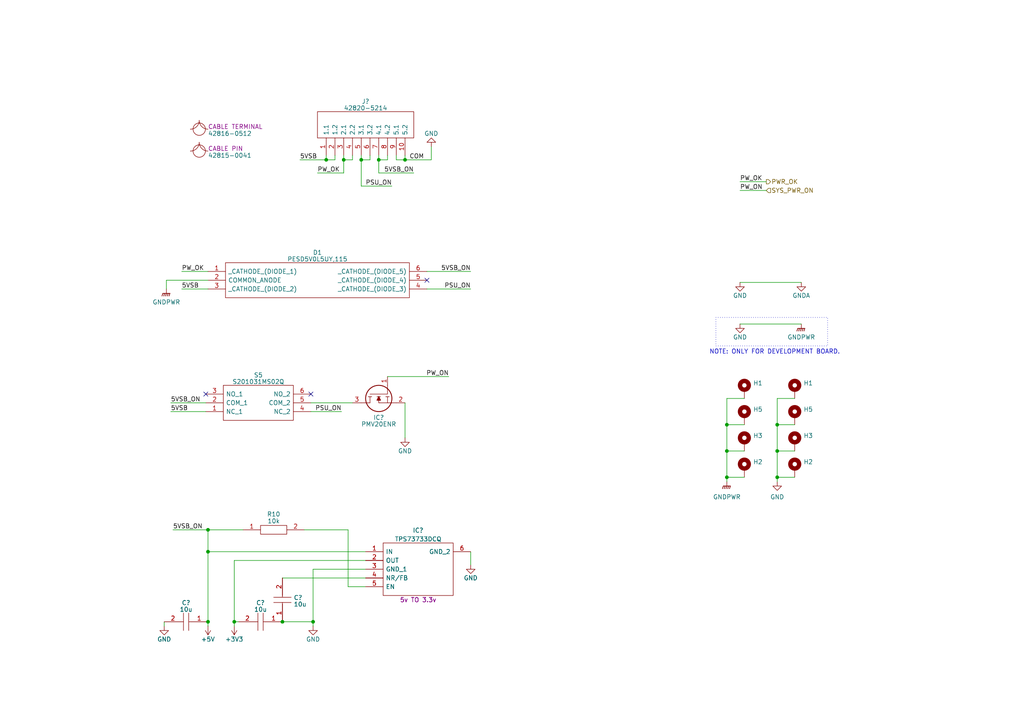
<source format=kicad_sch>
(kicad_sch (version 20230121) (generator eeschema)

  (uuid 4592dd51-3979-443b-8e34-c04559a82405)

  (paper "A4")

  (title_block
    (title "Oro Link")
    (date "2023-03-01")
    (rev "2")
    (company "Oro Operating System")
    (comment 1 "://oro.sh")
    (comment 2 "Joshua Lee Junon")
  )

  (lib_symbols
    (symbol "Mechanical:MountingHole_Pad" (pin_numbers hide) (pin_names (offset 1.016) hide) (in_bom yes) (on_board yes)
      (property "Reference" "H" (at 0 6.35 0)
        (effects (font (size 1.27 1.27)))
      )
      (property "Value" "MountingHole_Pad" (at 0 4.445 0)
        (effects (font (size 1.27 1.27)))
      )
      (property "Footprint" "" (at 0 0 0)
        (effects (font (size 1.27 1.27)) hide)
      )
      (property "Datasheet" "~" (at 0 0 0)
        (effects (font (size 1.27 1.27)) hide)
      )
      (property "ki_keywords" "mounting hole" (at 0 0 0)
        (effects (font (size 1.27 1.27)) hide)
      )
      (property "ki_description" "Mounting Hole with connection" (at 0 0 0)
        (effects (font (size 1.27 1.27)) hide)
      )
      (property "ki_fp_filters" "MountingHole*Pad*" (at 0 0 0)
        (effects (font (size 1.27 1.27)) hide)
      )
      (symbol "MountingHole_Pad_0_1"
        (circle (center 0 1.27) (radius 1.27)
          (stroke (width 1.27) (type default))
          (fill (type none))
        )
      )
      (symbol "MountingHole_Pad_1_1"
        (pin input line (at 0 -2.54 90) (length 2.54)
          (name "1" (effects (font (size 1.27 1.27))))
          (number "1" (effects (font (size 1.27 1.27))))
        )
      )
    )
    (symbol "Oro:BOM Part" (in_bom yes) (on_board no)
      (property "Reference" "B" (at 0 0 0)
        (effects (font (size 1.27 1.27)))
      )
      (property "Value" "BOM Part" (at 0 -2.54 0)
        (effects (font (size 1.27 1.27)))
      )
      (property "Footprint" "" (at 0 0 0)
        (effects (font (size 1.27 1.27)) hide)
      )
      (property "Datasheet" "" (at 0 0 0)
        (effects (font (size 1.27 1.27)) hide)
      )
      (property "Sim.Enable" "0" (at 0 0 0)
        (effects (font (size 1.27 1.27)) hide)
      )
      (symbol "BOM Part_0_1"
        (arc (start -2.54 0) (mid -2.54 0) (end -2.54 0)
          (stroke (width 0) (type default))
          (fill (type none))
        )
        (arc (start -2.54 0) (mid -0.7439 0.7439) (end 0 2.54)
          (stroke (width 0) (type default))
          (fill (type none))
        )
        (circle (center 0 0) (radius 1.7961)
          (stroke (width 0) (type default))
          (fill (type none))
        )
        (arc (start 0 2.54) (mid 0.7439 0.7439) (end 2.54 0)
          (stroke (width 0) (type default))
          (fill (type none))
        )
      )
    )
    (symbol "SamacSys_Parts:42820-5223" (pin_names (offset 0.762)) (in_bom yes) (on_board yes)
      (property "Reference" "J7" (at 8.89 5.08 0)
        (effects (font (size 1.27 1.27)) (justify bottom))
      )
      (property "Value" "42820-5223" (at 8.89 3.81 0)
        (effects (font (size 1.27 1.27)))
      )
      (property "Footprint" "42820-5XXY_1" (at 21.59 2.54 0)
        (effects (font (size 1.27 1.27)) (justify left) hide)
      )
      (property "Datasheet" "https://www.molex.com/pdm_docs/sd/428204224_sd.pdf" (at 21.59 0 0)
        (effects (font (size 1.27 1.27)) (justify left) hide)
      )
      (property "Description" "10.00mm Pitch Mini-Fit Sr. Header, Single Row, Right-Angle, 10 Circuits" (at 21.59 -2.54 0)
        (effects (font (size 1.27 1.27)) (justify left) hide)
      )
      (property "Height" "14.1" (at 21.59 -5.08 0)
        (effects (font (size 1.27 1.27)) (justify left) hide)
      )
      (property "Manufacturer_Name" "Molex" (at 21.59 -7.62 0)
        (effects (font (size 1.27 1.27)) (justify left) hide)
      )
      (property "Manufacturer_Part_Number" "42820-5223" (at 21.59 -10.16 0)
        (effects (font (size 1.27 1.27)) (justify left) hide)
      )
      (property "Mouser Part Number" "" (at 21.59 -12.7 0)
        (effects (font (size 1.27 1.27)) (justify left) hide)
      )
      (property "Mouser Price/Stock" "" (at 21.59 -15.24 0)
        (effects (font (size 1.27 1.27)) (justify left) hide)
      )
      (property "Arrow Part Number" "" (at 21.59 -17.78 0)
        (effects (font (size 1.27 1.27)) (justify left) hide)
      )
      (property "Arrow Price/Stock" "" (at 21.59 -20.32 0)
        (effects (font (size 1.27 1.27)) (justify left) hide)
      )
      (property "ki_description" "10.00mm Pitch Mini-Fit Sr. Header, Single Row, Right-Angle, 10 Circuits" (at 0 0 0)
        (effects (font (size 1.27 1.27)) hide)
      )
      (symbol "42820-5223_0_0"
        (pin passive line (at 0 0 0) (length 5.08)
          (name "1.1" (effects (font (size 1.27 1.27))))
          (number "1" (effects (font (size 1.27 1.27))))
        )
        (pin passive line (at 0 -22.86 0) (length 5.08)
          (name "5.2" (effects (font (size 1.27 1.27))))
          (number "10" (effects (font (size 1.27 1.27))))
        )
        (pin passive line (at 0 -2.54 0) (length 5.08)
          (name "1.2" (effects (font (size 1.27 1.27))))
          (number "2" (effects (font (size 1.27 1.27))))
        )
        (pin passive line (at 0 -5.08 0) (length 5.08)
          (name "2.1" (effects (font (size 1.27 1.27))))
          (number "3" (effects (font (size 1.27 1.27))))
        )
        (pin passive line (at 0 -7.62 0) (length 5.08)
          (name "2.2" (effects (font (size 1.27 1.27))))
          (number "4" (effects (font (size 1.27 1.27))))
        )
        (pin passive line (at 0 -10.16 0) (length 5.08)
          (name "3.1" (effects (font (size 1.27 1.27))))
          (number "5" (effects (font (size 1.27 1.27))))
        )
        (pin passive line (at 0 -12.7 0) (length 5.08)
          (name "3.2" (effects (font (size 1.27 1.27))))
          (number "6" (effects (font (size 1.27 1.27))))
        )
        (pin passive line (at 0 -15.24 0) (length 5.08)
          (name "4.1" (effects (font (size 1.27 1.27))))
          (number "7" (effects (font (size 1.27 1.27))))
        )
        (pin passive line (at 0 -17.78 0) (length 5.08)
          (name "4.2" (effects (font (size 1.27 1.27))))
          (number "8" (effects (font (size 1.27 1.27))))
        )
        (pin passive line (at 0 -20.32 0) (length 5.08)
          (name "5.1" (effects (font (size 1.27 1.27))))
          (number "9" (effects (font (size 1.27 1.27))))
        )
      )
      (symbol "42820-5223_0_1"
        (polyline
          (pts
            (xy 5.08 2.54)
            (xy 12.7 2.54)
            (xy 12.7 -25.4)
            (xy 5.08 -25.4)
            (xy 5.08 2.54)
          )
          (stroke (width 0.1524) (type solid))
          (fill (type none))
        )
      )
    )
    (symbol "SamacSys_Parts:CSD13380F3T" (pin_names (offset 0.762)) (in_bom yes) (on_board yes)
      (property "Reference" "Q" (at 11.43 3.81 0)
        (effects (font (size 1.27 1.27)) (justify left))
      )
      (property "Value" "CSD13380F3T" (at 11.43 1.27 0)
        (effects (font (size 1.27 1.27)) (justify left))
      )
      (property "Footprint" "CSD13380F3T" (at 11.43 -1.27 0)
        (effects (font (size 1.27 1.27)) (justify left) hide)
      )
      (property "Datasheet" "https://www.ti.com/lit/ds/symlink/csd13380f3.pdf?ts=1610053095577" (at 11.43 -3.81 0)
        (effects (font (size 1.27 1.27)) (justify left) hide)
      )
      (property "Description" "12V, N ch NexFET MOSFET, single LGA0.6x0.7, 76mOhm" (at 11.43 -6.35 0)
        (effects (font (size 1.27 1.27)) (justify left) hide)
      )
      (property "Height" "0.35" (at 11.43 -8.89 0)
        (effects (font (size 1.27 1.27)) (justify left) hide)
      )
      (property "Manufacturer_Name" "Texas Instruments" (at 11.43 -11.43 0)
        (effects (font (size 1.27 1.27)) (justify left) hide)
      )
      (property "Manufacturer_Part_Number" "CSD13380F3T" (at 11.43 -13.97 0)
        (effects (font (size 1.27 1.27)) (justify left) hide)
      )
      (property "Mouser Part Number" "595-CSD13380F3T" (at 11.43 -16.51 0)
        (effects (font (size 1.27 1.27)) (justify left) hide)
      )
      (property "Mouser Price/Stock" "https://www.mouser.co.uk/ProductDetail/Texas-Instruments/CSD13380F3T?qs=S8zVn2bBIh85Rpxp8sld8w%3D%3D" (at 11.43 -19.05 0)
        (effects (font (size 1.27 1.27)) (justify left) hide)
      )
      (property "Arrow Part Number" "CSD13380F3T" (at 11.43 -21.59 0)
        (effects (font (size 1.27 1.27)) (justify left) hide)
      )
      (property "Arrow Price/Stock" "https://www.arrow.com/en/products/csd13380f3t/texas-instruments" (at 11.43 -24.13 0)
        (effects (font (size 1.27 1.27)) (justify left) hide)
      )
      (property "Mouser Testing Part Number" "" (at 11.43 -26.67 0)
        (effects (font (size 1.27 1.27)) (justify left) hide)
      )
      (property "Mouser Testing Price/Stock" "" (at 11.43 -29.21 0)
        (effects (font (size 1.27 1.27)) (justify left) hide)
      )
      (property "ki_description" "12V, N ch NexFET MOSFET, single LGA0.6x0.7, 76mOhm" (at 0 0 0)
        (effects (font (size 1.27 1.27)) hide)
      )
      (symbol "CSD13380F3T_0_0"
        (pin passive line (at 0 0 0) (length 2.54)
          (name "~" (effects (font (size 1.27 1.27))))
          (number "1" (effects (font (size 1.27 1.27))))
        )
        (pin passive line (at 7.62 -5.08 90) (length 2.54)
          (name "~" (effects (font (size 1.27 1.27))))
          (number "2" (effects (font (size 1.27 1.27))))
        )
        (pin passive line (at 7.62 10.16 270) (length 2.54)
          (name "~" (effects (font (size 1.27 1.27))))
          (number "3" (effects (font (size 1.27 1.27))))
        )
      )
      (symbol "CSD13380F3T_0_1"
        (polyline
          (pts
            (xy 5.842 -0.508)
            (xy 5.842 0.508)
          )
          (stroke (width 0.1524) (type default))
          (fill (type none))
        )
        (polyline
          (pts
            (xy 5.842 0)
            (xy 7.62 0)
          )
          (stroke (width 0.1524) (type default))
          (fill (type none))
        )
        (polyline
          (pts
            (xy 5.842 2.032)
            (xy 5.842 3.048)
          )
          (stroke (width 0.1524) (type default))
          (fill (type none))
        )
        (polyline
          (pts
            (xy 5.842 5.588)
            (xy 5.842 4.572)
          )
          (stroke (width 0.1524) (type default))
          (fill (type none))
        )
        (polyline
          (pts
            (xy 7.62 2.54)
            (xy 5.842 2.54)
          )
          (stroke (width 0.1524) (type default))
          (fill (type none))
        )
        (polyline
          (pts
            (xy 7.62 2.54)
            (xy 7.62 -2.54)
          )
          (stroke (width 0.1524) (type default))
          (fill (type none))
        )
        (polyline
          (pts
            (xy 7.62 5.08)
            (xy 5.842 5.08)
          )
          (stroke (width 0.1524) (type default))
          (fill (type none))
        )
        (polyline
          (pts
            (xy 7.62 5.08)
            (xy 7.62 7.62)
          )
          (stroke (width 0.1524) (type default))
          (fill (type none))
        )
        (polyline
          (pts
            (xy 2.54 0)
            (xy 5.08 0)
            (xy 5.08 5.08)
          )
          (stroke (width 0.1524) (type default))
          (fill (type none))
        )
        (polyline
          (pts
            (xy 5.842 2.54)
            (xy 6.858 3.048)
            (xy 6.858 2.032)
            (xy 5.842 2.54)
          )
          (stroke (width 0.254) (type default))
          (fill (type outline))
        )
        (circle (center 6.35 2.54) (radius 3.81)
          (stroke (width 0.254) (type default))
          (fill (type none))
        )
      )
    )
    (symbol "SamacSys_Parts:LMK212ABJ106KG8T" (pin_names (offset 0.762)) (in_bom yes) (on_board yes)
      (property "Reference" "C" (at 8.89 6.35 0)
        (effects (font (size 1.27 1.27)) (justify left))
      )
      (property "Value" "LMK212ABJ106KG8T" (at 8.89 3.81 0)
        (effects (font (size 1.27 1.27)) (justify left))
      )
      (property "Footprint" "CAPC2012X135N" (at 8.89 1.27 0)
        (effects (font (size 1.27 1.27)) (justify left) hide)
      )
      (property "Datasheet" "https://www.mouser.mx/datasheet/2/396/mlcc06_hq_AUTO_e-1901145.pdf" (at 8.89 -1.27 0)
        (effects (font (size 1.27 1.27)) (justify left) hide)
      )
      (property "Description" "Multilayer Ceramic Capacitors MLCC - SMD/SMT 0805 10VDC 10uF 10% X5R" (at 8.89 -3.81 0)
        (effects (font (size 1.27 1.27)) (justify left) hide)
      )
      (property "Height" "1.35" (at 8.89 -6.35 0)
        (effects (font (size 1.27 1.27)) (justify left) hide)
      )
      (property "Manufacturer_Name" "TAIYO YUDEN" (at 8.89 -8.89 0)
        (effects (font (size 1.27 1.27)) (justify left) hide)
      )
      (property "Manufacturer_Part_Number" "LMK212ABJ106KG8T" (at 8.89 -11.43 0)
        (effects (font (size 1.27 1.27)) (justify left) hide)
      )
      (property "Mouser Part Number" "963-LMK212ABJ106KG8T" (at 8.89 -13.97 0)
        (effects (font (size 1.27 1.27)) (justify left) hide)
      )
      (property "Mouser Price/Stock" "https://www.mouser.co.uk/ProductDetail/Taiyo-Yuden/LMK212ABJ106KG8T?qs=DPoM0jnrROXr%252BNWMCZEUdQ%3D%3D" (at 8.89 -16.51 0)
        (effects (font (size 1.27 1.27)) (justify left) hide)
      )
      (property "Arrow Part Number" "" (at 8.89 -19.05 0)
        (effects (font (size 1.27 1.27)) (justify left) hide)
      )
      (property "Arrow Price/Stock" "" (at 8.89 -21.59 0)
        (effects (font (size 1.27 1.27)) (justify left) hide)
      )
      (property "Mouser Testing Part Number" "" (at 8.89 -24.13 0)
        (effects (font (size 1.27 1.27)) (justify left) hide)
      )
      (property "Mouser Testing Price/Stock" "" (at 8.89 -26.67 0)
        (effects (font (size 1.27 1.27)) (justify left) hide)
      )
      (property "ki_description" "Multilayer Ceramic Capacitors MLCC - SMD/SMT 0805 10VDC 10uF 10% X5R" (at 0 0 0)
        (effects (font (size 1.27 1.27)) hide)
      )
      (symbol "LMK212ABJ106KG8T_0_0"
        (pin passive line (at 0 0 0) (length 5.08)
          (name "~" (effects (font (size 1.27 1.27))))
          (number "1" (effects (font (size 1.27 1.27))))
        )
        (pin passive line (at 12.7 0 180) (length 5.08)
          (name "~" (effects (font (size 1.27 1.27))))
          (number "2" (effects (font (size 1.27 1.27))))
        )
      )
      (symbol "LMK212ABJ106KG8T_0_1"
        (polyline
          (pts
            (xy 5.08 0)
            (xy 5.588 0)
          )
          (stroke (width 0.1524) (type default))
          (fill (type none))
        )
        (polyline
          (pts
            (xy 5.588 2.54)
            (xy 5.588 -2.54)
          )
          (stroke (width 0.1524) (type default))
          (fill (type none))
        )
        (polyline
          (pts
            (xy 7.112 0)
            (xy 7.62 0)
          )
          (stroke (width 0.1524) (type default))
          (fill (type none))
        )
        (polyline
          (pts
            (xy 7.112 2.54)
            (xy 7.112 -2.54)
          )
          (stroke (width 0.1524) (type default))
          (fill (type none))
        )
      )
    )
    (symbol "SamacSys_Parts:PESD5V0L5UY,115" (pin_names (offset 0.762)) (in_bom yes) (on_board yes)
      (property "Reference" "D" (at 59.69 7.62 0)
        (effects (font (size 1.27 1.27)) (justify left))
      )
      (property "Value" "PESD5V0L5UY,115" (at 59.69 5.08 0)
        (effects (font (size 1.27 1.27)) (justify left))
      )
      (property "Footprint" "PESD5V0L5UY115" (at 59.69 2.54 0)
        (effects (font (size 1.27 1.27)) (justify left) hide)
      )
      (property "Datasheet" "https://assets.nexperia.com/documents/data-sheet/PESDXL5UF_V_Y.pdf" (at 59.69 0 0)
        (effects (font (size 1.27 1.27)) (justify left) hide)
      )
      (property "Description" "PESDxL5UF; PESDxL5UV; PESDxL5UY - Low capacitance unidirectional fivefold ESD protection diode arrays" (at 59.69 -2.54 0)
        (effects (font (size 1.27 1.27)) (justify left) hide)
      )
      (property "Height" "1.1" (at 59.69 -5.08 0)
        (effects (font (size 1.27 1.27)) (justify left) hide)
      )
      (property "Manufacturer_Name" "Nexperia" (at 59.69 -7.62 0)
        (effects (font (size 1.27 1.27)) (justify left) hide)
      )
      (property "Manufacturer_Part_Number" "PESD5V0L5UY,115" (at 59.69 -10.16 0)
        (effects (font (size 1.27 1.27)) (justify left) hide)
      )
      (property "Mouser Part Number" "771-PESD5V0L5UY-T/R" (at 59.69 -12.7 0)
        (effects (font (size 1.27 1.27)) (justify left) hide)
      )
      (property "Mouser Price/Stock" "https://www.mouser.co.uk/ProductDetail/Nexperia/PESD5V0L5UY115?qs=LOCUfHb8d9umXw8OPWobaw%3D%3D" (at 59.69 -15.24 0)
        (effects (font (size 1.27 1.27)) (justify left) hide)
      )
      (property "Arrow Part Number" "PESD5V0L5UY,115" (at 59.69 -17.78 0)
        (effects (font (size 1.27 1.27)) (justify left) hide)
      )
      (property "Arrow Price/Stock" "https://www.arrow.com/en/products/pesd5v0l5uy115/nexperia?region=nac" (at 59.69 -20.32 0)
        (effects (font (size 1.27 1.27)) (justify left) hide)
      )
      (property "ki_description" "PESDxL5UF; PESDxL5UV; PESDxL5UY - Low capacitance unidirectional fivefold ESD protection diode arrays" (at 0 0 0)
        (effects (font (size 1.27 1.27)) hide)
      )
      (symbol "PESD5V0L5UY,115_0_0"
        (pin passive line (at 0 0 0) (length 5.08)
          (name "_CATHODE_(DIODE_1)" (effects (font (size 1.27 1.27))))
          (number "1" (effects (font (size 1.27 1.27))))
        )
        (pin passive line (at 0 -2.54 0) (length 5.08)
          (name "COMMON_ANODE" (effects (font (size 1.27 1.27))))
          (number "2" (effects (font (size 1.27 1.27))))
        )
        (pin passive line (at 0 -5.08 0) (length 5.08)
          (name "_CATHODE_(DIODE_2)" (effects (font (size 1.27 1.27))))
          (number "3" (effects (font (size 1.27 1.27))))
        )
        (pin passive line (at 63.5 -5.08 180) (length 5.08)
          (name "_CATHODE_(DIODE_3)" (effects (font (size 1.27 1.27))))
          (number "4" (effects (font (size 1.27 1.27))))
        )
        (pin passive line (at 63.5 -2.54 180) (length 5.08)
          (name "_CATHODE_(DIODE_4)" (effects (font (size 1.27 1.27))))
          (number "5" (effects (font (size 1.27 1.27))))
        )
        (pin passive line (at 63.5 0 180) (length 5.08)
          (name "_CATHODE_(DIODE_5)" (effects (font (size 1.27 1.27))))
          (number "6" (effects (font (size 1.27 1.27))))
        )
      )
      (symbol "PESD5V0L5UY,115_0_1"
        (polyline
          (pts
            (xy 5.08 2.54)
            (xy 58.42 2.54)
            (xy 58.42 -7.62)
            (xy 5.08 -7.62)
            (xy 5.08 2.54)
          )
          (stroke (width 0.1524) (type solid))
          (fill (type none))
        )
      )
    )
    (symbol "SamacSys_Parts:RC2010JK-0710KL" (pin_names (offset 0.762)) (in_bom yes) (on_board yes)
      (property "Reference" "R" (at 13.97 6.35 0)
        (effects (font (size 1.27 1.27)) (justify left))
      )
      (property "Value" "RC2010JK-0710KL" (at 13.97 3.81 0)
        (effects (font (size 1.27 1.27)) (justify left))
      )
      (property "Footprint" "RESC5025X65N" (at 13.97 1.27 0)
        (effects (font (size 1.27 1.27)) (justify left) hide)
      )
      (property "Datasheet" "https://www.arrow.com/en/products/rc2010jk-0710kl/yageo" (at 13.97 -1.27 0)
        (effects (font (size 1.27 1.27)) (justify left) hide)
      )
      (property "Description" "Res Thick Film 2010 10K Ohm 5% 0.75W(3/4W) +/-100ppm/C Pad SMD T/R" (at 13.97 -3.81 0)
        (effects (font (size 1.27 1.27)) (justify left) hide)
      )
      (property "Height" "0.65" (at 13.97 -6.35 0)
        (effects (font (size 1.27 1.27)) (justify left) hide)
      )
      (property "Manufacturer_Name" "KEMET" (at 13.97 -8.89 0)
        (effects (font (size 1.27 1.27)) (justify left) hide)
      )
      (property "Manufacturer_Part_Number" "RC2010JK-0710KL" (at 13.97 -11.43 0)
        (effects (font (size 1.27 1.27)) (justify left) hide)
      )
      (property "Mouser Part Number" "603-RC2010JK-0710KL" (at 13.97 -13.97 0)
        (effects (font (size 1.27 1.27)) (justify left) hide)
      )
      (property "Mouser Price/Stock" "https://www.mouser.co.uk/ProductDetail/YAGEO/RC2010JK-0710KL?qs=sNpmnPgvziOLj5uuquGIow%3D%3D" (at 13.97 -16.51 0)
        (effects (font (size 1.27 1.27)) (justify left) hide)
      )
      (property "Arrow Part Number" "RC2010JK-0710KL" (at 13.97 -19.05 0)
        (effects (font (size 1.27 1.27)) (justify left) hide)
      )
      (property "Arrow Price/Stock" "https://www.arrow.com/en/products/rc2010jk-0710kl/yageo" (at 13.97 -21.59 0)
        (effects (font (size 1.27 1.27)) (justify left) hide)
      )
      (property "Mouser Testing Part Number" "" (at 13.97 -24.13 0)
        (effects (font (size 1.27 1.27)) (justify left) hide)
      )
      (property "Mouser Testing Price/Stock" "" (at 13.97 -26.67 0)
        (effects (font (size 1.27 1.27)) (justify left) hide)
      )
      (property "ki_description" "Res Thick Film 2010 10K Ohm 5% 0.75W(3/4W) +/-100ppm/C Pad SMD T/R" (at 0 0 0)
        (effects (font (size 1.27 1.27)) hide)
      )
      (symbol "RC2010JK-0710KL_0_0"
        (pin passive line (at 0 0 0) (length 5.08)
          (name "~" (effects (font (size 1.27 1.27))))
          (number "1" (effects (font (size 1.27 1.27))))
        )
        (pin passive line (at 17.78 0 180) (length 5.08)
          (name "~" (effects (font (size 1.27 1.27))))
          (number "2" (effects (font (size 1.27 1.27))))
        )
      )
      (symbol "RC2010JK-0710KL_0_1"
        (polyline
          (pts
            (xy 5.08 1.27)
            (xy 12.7 1.27)
            (xy 12.7 -1.27)
            (xy 5.08 -1.27)
            (xy 5.08 1.27)
          )
          (stroke (width 0.1524) (type solid))
          (fill (type none))
        )
      )
    )
    (symbol "SamacSys_Parts:S201031MS02Q" (pin_names (offset 0.762)) (in_bom yes) (on_board yes)
      (property "Reference" "S" (at 26.67 7.62 0)
        (effects (font (size 1.27 1.27)) (justify left))
      )
      (property "Value" "S201031MS02Q" (at 26.67 5.08 0)
        (effects (font (size 1.27 1.27)) (justify left))
      )
      (property "Footprint" "S201031MS02Q" (at 26.67 2.54 0)
        (effects (font (size 1.27 1.27)) (justify left) hide)
      )
      (property "Datasheet" "https://www.ckswitches.com/media/1433/s.pdf" (at 26.67 0 0)
        (effects (font (size 1.27 1.27)) (justify left) hide)
      )
      (property "Description" "Slide Switches Switch Slide Dpst 6A Pcb" (at 26.67 -2.54 0)
        (effects (font (size 1.27 1.27)) (justify left) hide)
      )
      (property "Height" "15.62" (at 26.67 -5.08 0)
        (effects (font (size 1.27 1.27)) (justify left) hide)
      )
      (property "Manufacturer_Name" "C & K COMPONENTS" (at 26.67 -7.62 0)
        (effects (font (size 1.27 1.27)) (justify left) hide)
      )
      (property "Manufacturer_Part_Number" "S201031MS02Q" (at 26.67 -10.16 0)
        (effects (font (size 1.27 1.27)) (justify left) hide)
      )
      (property "Mouser Part Number" "611-S201031MS02Q" (at 26.67 -12.7 0)
        (effects (font (size 1.27 1.27)) (justify left) hide)
      )
      (property "Mouser Price/Stock" "https://www.mouser.co.uk/ProductDetail/CK/S201031MS02Q?qs=lUrDceGT2bb4%252BqtY24Dzjg%3D%3D" (at 26.67 -15.24 0)
        (effects (font (size 1.27 1.27)) (justify left) hide)
      )
      (property "Arrow Part Number" "S201031MS02Q" (at 26.67 -17.78 0)
        (effects (font (size 1.27 1.27)) (justify left) hide)
      )
      (property "Arrow Price/Stock" "https://www.arrow.com/en/products/s201031ms02q/ck?region=nac" (at 26.67 -20.32 0)
        (effects (font (size 1.27 1.27)) (justify left) hide)
      )
      (property "ki_description" "Slide Switches Switch Slide Dpst 6A Pcb" (at 0 0 0)
        (effects (font (size 1.27 1.27)) hide)
      )
      (symbol "S201031MS02Q_0_0"
        (pin passive line (at 0 -5.08 0) (length 5.08)
          (name "NC_1" (effects (font (size 1.27 1.27))))
          (number "1" (effects (font (size 1.27 1.27))))
        )
        (pin passive line (at 0 -2.54 0) (length 5.08)
          (name "COM_1" (effects (font (size 1.27 1.27))))
          (number "2" (effects (font (size 1.27 1.27))))
        )
        (pin passive line (at 0 0 0) (length 5.08)
          (name "NO_1" (effects (font (size 1.27 1.27))))
          (number "3" (effects (font (size 1.27 1.27))))
        )
        (pin passive line (at 30.48 -5.08 180) (length 5.08)
          (name "NC_2" (effects (font (size 1.27 1.27))))
          (number "4" (effects (font (size 1.27 1.27))))
        )
        (pin passive line (at 30.48 -2.54 180) (length 5.08)
          (name "COM_2" (effects (font (size 1.27 1.27))))
          (number "5" (effects (font (size 1.27 1.27))))
        )
        (pin passive line (at 30.48 0 180) (length 5.08)
          (name "NO_2" (effects (font (size 1.27 1.27))))
          (number "6" (effects (font (size 1.27 1.27))))
        )
      )
      (symbol "S201031MS02Q_0_1"
        (polyline
          (pts
            (xy 5.08 2.54)
            (xy 25.4 2.54)
            (xy 25.4 -7.62)
            (xy 5.08 -7.62)
            (xy 5.08 2.54)
          )
          (stroke (width 0.1524) (type solid))
          (fill (type none))
        )
      )
    )
    (symbol "SamacSys_Parts:TPS73733DCQR" (pin_names (offset 0.762)) (in_bom yes) (on_board yes)
      (property "Reference" "IC" (at 26.67 7.62 0)
        (effects (font (size 1.27 1.27)) (justify left))
      )
      (property "Value" "TPS73733DCQR" (at 26.67 5.08 0)
        (effects (font (size 1.27 1.27)) (justify left))
      )
      (property "Footprint" "SOT127P706X180-6N" (at 26.67 2.54 0)
        (effects (font (size 1.27 1.27)) (justify left) hide)
      )
      (property "Datasheet" "http://www.ti.com/lit/gpn/tps737" (at 26.67 0 0)
        (effects (font (size 1.27 1.27)) (justify left) hide)
      )
      (property "Description" "Single Output LDO, 1A, Adj. (1.2 to 5.0V), Reverse Current Protection" (at 26.67 -2.54 0)
        (effects (font (size 1.27 1.27)) (justify left) hide)
      )
      (property "Height" "1.8" (at 26.67 -5.08 0)
        (effects (font (size 1.27 1.27)) (justify left) hide)
      )
      (property "Manufacturer_Name" "Texas Instruments" (at 26.67 -7.62 0)
        (effects (font (size 1.27 1.27)) (justify left) hide)
      )
      (property "Manufacturer_Part_Number" "TPS73733DCQR" (at 26.67 -10.16 0)
        (effects (font (size 1.27 1.27)) (justify left) hide)
      )
      (property "Mouser Part Number" "595-TPS73733DCQR" (at 26.67 -12.7 0)
        (effects (font (size 1.27 1.27)) (justify left) hide)
      )
      (property "Mouser Price/Stock" "https://www.mouser.co.uk/ProductDetail/Texas-Instruments/TPS73733DCQR?qs=pZC5fsuWujESJycp2Xq4wg%3D%3D" (at 26.67 -15.24 0)
        (effects (font (size 1.27 1.27)) (justify left) hide)
      )
      (property "Arrow Part Number" "TPS73733DCQR" (at 26.67 -17.78 0)
        (effects (font (size 1.27 1.27)) (justify left) hide)
      )
      (property "Arrow Price/Stock" "https://www.arrow.com/en/products/tps73733dcqr/texas-instruments?region=nac" (at 26.67 -20.32 0)
        (effects (font (size 1.27 1.27)) (justify left) hide)
      )
      (property "Mouser Testing Part Number" "" (at 26.67 -22.86 0)
        (effects (font (size 1.27 1.27)) (justify left) hide)
      )
      (property "Mouser Testing Price/Stock" "" (at 26.67 -25.4 0)
        (effects (font (size 1.27 1.27)) (justify left) hide)
      )
      (property "ki_description" "Single Output LDO, 1A, Adj. (1.2 to 5.0V), Reverse Current Protection" (at 0 0 0)
        (effects (font (size 1.27 1.27)) hide)
      )
      (symbol "TPS73733DCQR_0_0"
        (pin passive line (at 0 0 0) (length 5.08)
          (name "IN" (effects (font (size 1.27 1.27))))
          (number "1" (effects (font (size 1.27 1.27))))
        )
        (pin passive line (at 0 -2.54 0) (length 5.08)
          (name "OUT" (effects (font (size 1.27 1.27))))
          (number "2" (effects (font (size 1.27 1.27))))
        )
        (pin passive line (at 0 -5.08 0) (length 5.08)
          (name "GND_1" (effects (font (size 1.27 1.27))))
          (number "3" (effects (font (size 1.27 1.27))))
        )
        (pin passive line (at 0 -7.62 0) (length 5.08)
          (name "NR/FB" (effects (font (size 1.27 1.27))))
          (number "4" (effects (font (size 1.27 1.27))))
        )
        (pin passive line (at 0 -10.16 0) (length 5.08)
          (name "EN" (effects (font (size 1.27 1.27))))
          (number "5" (effects (font (size 1.27 1.27))))
        )
        (pin passive line (at 30.48 0 180) (length 5.08)
          (name "GND_2" (effects (font (size 1.27 1.27))))
          (number "6" (effects (font (size 1.27 1.27))))
        )
      )
      (symbol "TPS73733DCQR_0_1"
        (polyline
          (pts
            (xy 5.08 2.54)
            (xy 25.4 2.54)
            (xy 25.4 -12.7)
            (xy 5.08 -12.7)
            (xy 5.08 2.54)
          )
          (stroke (width 0.1524) (type default))
          (fill (type none))
        )
      )
    )
    (symbol "power:+3V3" (power) (pin_names (offset 0)) (in_bom yes) (on_board yes)
      (property "Reference" "#PWR" (at 0 -3.81 0)
        (effects (font (size 1.27 1.27)) hide)
      )
      (property "Value" "+3V3" (at 0 3.556 0)
        (effects (font (size 1.27 1.27)))
      )
      (property "Footprint" "" (at 0 0 0)
        (effects (font (size 1.27 1.27)) hide)
      )
      (property "Datasheet" "" (at 0 0 0)
        (effects (font (size 1.27 1.27)) hide)
      )
      (property "ki_keywords" "global power" (at 0 0 0)
        (effects (font (size 1.27 1.27)) hide)
      )
      (property "ki_description" "Power symbol creates a global label with name \"+3V3\"" (at 0 0 0)
        (effects (font (size 1.27 1.27)) hide)
      )
      (symbol "+3V3_0_1"
        (polyline
          (pts
            (xy -0.762 1.27)
            (xy 0 2.54)
          )
          (stroke (width 0) (type default))
          (fill (type none))
        )
        (polyline
          (pts
            (xy 0 0)
            (xy 0 2.54)
          )
          (stroke (width 0) (type default))
          (fill (type none))
        )
        (polyline
          (pts
            (xy 0 2.54)
            (xy 0.762 1.27)
          )
          (stroke (width 0) (type default))
          (fill (type none))
        )
      )
      (symbol "+3V3_1_1"
        (pin power_in line (at 0 0 90) (length 0) hide
          (name "+3V3" (effects (font (size 1.27 1.27))))
          (number "1" (effects (font (size 1.27 1.27))))
        )
      )
    )
    (symbol "power:+5V" (power) (pin_names (offset 0)) (in_bom yes) (on_board yes)
      (property "Reference" "#PWR" (at 0 -3.81 0)
        (effects (font (size 1.27 1.27)) hide)
      )
      (property "Value" "+5V" (at 0 3.556 0)
        (effects (font (size 1.27 1.27)))
      )
      (property "Footprint" "" (at 0 0 0)
        (effects (font (size 1.27 1.27)) hide)
      )
      (property "Datasheet" "" (at 0 0 0)
        (effects (font (size 1.27 1.27)) hide)
      )
      (property "ki_keywords" "global power" (at 0 0 0)
        (effects (font (size 1.27 1.27)) hide)
      )
      (property "ki_description" "Power symbol creates a global label with name \"+5V\"" (at 0 0 0)
        (effects (font (size 1.27 1.27)) hide)
      )
      (symbol "+5V_0_1"
        (polyline
          (pts
            (xy -0.762 1.27)
            (xy 0 2.54)
          )
          (stroke (width 0) (type default))
          (fill (type none))
        )
        (polyline
          (pts
            (xy 0 0)
            (xy 0 2.54)
          )
          (stroke (width 0) (type default))
          (fill (type none))
        )
        (polyline
          (pts
            (xy 0 2.54)
            (xy 0.762 1.27)
          )
          (stroke (width 0) (type default))
          (fill (type none))
        )
      )
      (symbol "+5V_1_1"
        (pin power_in line (at 0 0 90) (length 0) hide
          (name "+5V" (effects (font (size 1.27 1.27))))
          (number "1" (effects (font (size 1.27 1.27))))
        )
      )
    )
    (symbol "power:GND" (power) (pin_names (offset 0)) (in_bom yes) (on_board yes)
      (property "Reference" "#PWR" (at 0 -6.35 0)
        (effects (font (size 1.27 1.27)) hide)
      )
      (property "Value" "GND" (at 0 -3.81 0)
        (effects (font (size 1.27 1.27)))
      )
      (property "Footprint" "" (at 0 0 0)
        (effects (font (size 1.27 1.27)) hide)
      )
      (property "Datasheet" "" (at 0 0 0)
        (effects (font (size 1.27 1.27)) hide)
      )
      (property "ki_keywords" "global power" (at 0 0 0)
        (effects (font (size 1.27 1.27)) hide)
      )
      (property "ki_description" "Power symbol creates a global label with name \"GND\" , ground" (at 0 0 0)
        (effects (font (size 1.27 1.27)) hide)
      )
      (symbol "GND_0_1"
        (polyline
          (pts
            (xy 0 0)
            (xy 0 -1.27)
            (xy 1.27 -1.27)
            (xy 0 -2.54)
            (xy -1.27 -1.27)
            (xy 0 -1.27)
          )
          (stroke (width 0) (type default))
          (fill (type none))
        )
      )
      (symbol "GND_1_1"
        (pin power_in line (at 0 0 270) (length 0) hide
          (name "GND" (effects (font (size 1.27 1.27))))
          (number "1" (effects (font (size 1.27 1.27))))
        )
      )
    )
    (symbol "power:GNDA" (power) (pin_names (offset 0)) (in_bom yes) (on_board yes)
      (property "Reference" "#PWR" (at 0 -6.35 0)
        (effects (font (size 1.27 1.27)) hide)
      )
      (property "Value" "GNDA" (at 0 -3.81 0)
        (effects (font (size 1.27 1.27)))
      )
      (property "Footprint" "" (at 0 0 0)
        (effects (font (size 1.27 1.27)) hide)
      )
      (property "Datasheet" "" (at 0 0 0)
        (effects (font (size 1.27 1.27)) hide)
      )
      (property "ki_keywords" "global power" (at 0 0 0)
        (effects (font (size 1.27 1.27)) hide)
      )
      (property "ki_description" "Power symbol creates a global label with name \"GNDA\" , analog ground" (at 0 0 0)
        (effects (font (size 1.27 1.27)) hide)
      )
      (symbol "GNDA_0_1"
        (polyline
          (pts
            (xy 0 0)
            (xy 0 -1.27)
            (xy 1.27 -1.27)
            (xy 0 -2.54)
            (xy -1.27 -1.27)
            (xy 0 -1.27)
          )
          (stroke (width 0) (type default))
          (fill (type none))
        )
      )
      (symbol "GNDA_1_1"
        (pin power_in line (at 0 0 270) (length 0) hide
          (name "GNDA" (effects (font (size 1.27 1.27))))
          (number "1" (effects (font (size 1.27 1.27))))
        )
      )
    )
    (symbol "power:GNDPWR" (power) (pin_names (offset 0)) (in_bom yes) (on_board yes)
      (property "Reference" "#PWR" (at 0 -5.08 0)
        (effects (font (size 1.27 1.27)) hide)
      )
      (property "Value" "GNDPWR" (at 0 -3.302 0)
        (effects (font (size 1.27 1.27)))
      )
      (property "Footprint" "" (at 0 -1.27 0)
        (effects (font (size 1.27 1.27)) hide)
      )
      (property "Datasheet" "" (at 0 -1.27 0)
        (effects (font (size 1.27 1.27)) hide)
      )
      (property "ki_keywords" "global ground" (at 0 0 0)
        (effects (font (size 1.27 1.27)) hide)
      )
      (property "ki_description" "Power symbol creates a global label with name \"GNDPWR\" , global ground" (at 0 0 0)
        (effects (font (size 1.27 1.27)) hide)
      )
      (symbol "GNDPWR_0_1"
        (polyline
          (pts
            (xy 0 -1.27)
            (xy 0 0)
          )
          (stroke (width 0) (type default))
          (fill (type none))
        )
        (polyline
          (pts
            (xy -1.016 -1.27)
            (xy -1.27 -2.032)
            (xy -1.27 -2.032)
          )
          (stroke (width 0.2032) (type default))
          (fill (type none))
        )
        (polyline
          (pts
            (xy -0.508 -1.27)
            (xy -0.762 -2.032)
            (xy -0.762 -2.032)
          )
          (stroke (width 0.2032) (type default))
          (fill (type none))
        )
        (polyline
          (pts
            (xy 0 -1.27)
            (xy -0.254 -2.032)
            (xy -0.254 -2.032)
          )
          (stroke (width 0.2032) (type default))
          (fill (type none))
        )
        (polyline
          (pts
            (xy 0.508 -1.27)
            (xy 0.254 -2.032)
            (xy 0.254 -2.032)
          )
          (stroke (width 0.2032) (type default))
          (fill (type none))
        )
        (polyline
          (pts
            (xy 1.016 -1.27)
            (xy -1.016 -1.27)
            (xy -1.016 -1.27)
          )
          (stroke (width 0.2032) (type default))
          (fill (type none))
        )
        (polyline
          (pts
            (xy 1.016 -1.27)
            (xy 0.762 -2.032)
            (xy 0.762 -2.032)
            (xy 0.762 -2.032)
          )
          (stroke (width 0.2032) (type default))
          (fill (type none))
        )
      )
      (symbol "GNDPWR_1_1"
        (pin power_in line (at 0 0 270) (length 0) hide
          (name "GNDPWR" (effects (font (size 1.27 1.27))))
          (number "1" (effects (font (size 1.27 1.27))))
        )
      )
    )
  )

  (junction (at 60.325 180.34) (diameter 0) (color 0 0 0 0)
    (uuid 17d8410b-ea77-4fc9-8a02-6741eac6437d)
  )
  (junction (at 210.82 138.43) (diameter 0) (color 0 0 0 0)
    (uuid 21b1e791-1b51-4b1e-8b29-46ea543c5c0a)
  )
  (junction (at 225.425 123.19) (diameter 0) (color 0 0 0 0)
    (uuid 2e394d6a-a3bb-45bf-afb1-c457bae965f9)
  )
  (junction (at 210.82 130.81) (diameter 0) (color 0 0 0 0)
    (uuid 31cd7632-3482-4506-a22a-d6cbcefd2267)
  )
  (junction (at 60.325 153.67) (diameter 0) (color 0 0 0 0)
    (uuid 35b9a513-5b54-43c4-8c02-a3f05cf82836)
  )
  (junction (at 67.945 180.34) (diameter 0) (color 0 0 0 0)
    (uuid 3c9e148d-1612-4cab-aa68-cb8091e0a881)
  )
  (junction (at 225.425 138.43) (diameter 0) (color 0 0 0 0)
    (uuid 47270ed6-3297-4ee2-afde-f9a16eab5795)
  )
  (junction (at 99.695 46.355) (diameter 0) (color 0 0 0 0)
    (uuid 4898d431-690b-4d35-933c-a22f4e2025fd)
  )
  (junction (at 94.615 46.355) (diameter 0) (color 0 0 0 0)
    (uuid 520a3975-b873-4f00-9f03-6007a8e76514)
  )
  (junction (at 60.325 160.02) (diameter 0) (color 0 0 0 0)
    (uuid 55214d6a-7d15-4ede-bf0a-1dde7064ad39)
  )
  (junction (at 117.475 46.355) (diameter 0) (color 0 0 0 0)
    (uuid 6d1a3e87-fcd6-46f0-b518-5baa02d3a040)
  )
  (junction (at 109.855 46.355) (diameter 0) (color 0 0 0 0)
    (uuid 83afe36a-2a0c-4520-b7d3-e9fe0e88586f)
  )
  (junction (at 90.805 180.34) (diameter 0) (color 0 0 0 0)
    (uuid b3c5e9dd-2f27-45dd-a67f-a9fe8f8aeed4)
  )
  (junction (at 210.82 123.19) (diameter 0) (color 0 0 0 0)
    (uuid b517ede4-c485-4727-8f31-cca9616f14d2)
  )
  (junction (at 104.775 46.355) (diameter 0) (color 0 0 0 0)
    (uuid b625c9e2-9188-43ee-bdc3-b9b4616f3599)
  )
  (junction (at 225.425 130.81) (diameter 0) (color 0 0 0 0)
    (uuid dd7280e5-2013-4342-8bba-e92fb8315044)
  )
  (junction (at 81.915 180.34) (diameter 0) (color 0 0 0 0)
    (uuid e4dac945-01a7-4a79-9445-630548e0e7e8)
  )

  (no_connect (at 123.825 81.28) (uuid 12a6f936-fc9c-4c06-97de-31029e95c1f4))
  (no_connect (at 59.69 114.3) (uuid 3eabcdd7-3f10-4378-a331-7ba70f8b7fb9))
  (no_connect (at 90.17 114.3) (uuid 7c7f4d6d-8a64-4327-9605-955175b55ab4))

  (wire (pts (xy 94.615 45.085) (xy 94.615 46.355))
    (stroke (width 0) (type default))
    (uuid 0014da96-b885-46f5-ab0d-cea78c857a80)
  )
  (wire (pts (xy 81.915 167.64) (xy 106.045 167.64))
    (stroke (width 0) (type default))
    (uuid 01de9264-24d3-4f4b-8d00-0d651038597c)
  )
  (wire (pts (xy 50.165 153.67) (xy 60.325 153.67))
    (stroke (width 0) (type default))
    (uuid 0208be48-a7fc-47d9-81c1-6083f07a89a0)
  )
  (wire (pts (xy 112.395 109.22) (xy 130.175 109.22))
    (stroke (width 0) (type default))
    (uuid 0527430a-4d26-4ae9-99d3-bb741b8abae4)
  )
  (wire (pts (xy 52.705 78.74) (xy 60.325 78.74))
    (stroke (width 0) (type default))
    (uuid 07e511c4-01f8-474b-b304-6a5c55914ab1)
  )
  (wire (pts (xy 109.855 45.085) (xy 109.855 46.355))
    (stroke (width 0) (type default))
    (uuid 095126b4-3e86-44c0-81f1-710081b35174)
  )
  (wire (pts (xy 210.82 123.19) (xy 210.82 130.81))
    (stroke (width 0) (type default))
    (uuid 0ccaf4a9-02a4-4e18-850d-64db5dfbf33d)
  )
  (wire (pts (xy 49.53 119.38) (xy 59.69 119.38))
    (stroke (width 0) (type default))
    (uuid 13b2be1f-0573-4636-a2ea-72ed9ef08e26)
  )
  (wire (pts (xy 47.625 181.61) (xy 47.625 180.34))
    (stroke (width 0) (type default))
    (uuid 153649b6-6d3c-4749-b3f0-dc20a9b8cfd1)
  )
  (wire (pts (xy 67.945 162.56) (xy 106.045 162.56))
    (stroke (width 0) (type default))
    (uuid 161d4b0e-8ec9-4cad-a0a5-697d4fcd1864)
  )
  (wire (pts (xy 97.155 46.355) (xy 97.155 45.085))
    (stroke (width 0) (type default))
    (uuid 16673976-5e68-42c6-9c9a-1e0306152abc)
  )
  (wire (pts (xy 81.915 180.34) (xy 90.805 180.34))
    (stroke (width 0) (type default))
    (uuid 1691113b-470f-486d-bbd3-2e19a913061f)
  )
  (wire (pts (xy 100.965 170.18) (xy 100.965 153.67))
    (stroke (width 0) (type default))
    (uuid 187575cd-9b2f-40c6-8cec-c5d1e10fc468)
  )
  (wire (pts (xy 107.315 46.355) (xy 107.315 45.085))
    (stroke (width 0) (type default))
    (uuid 18ff81a0-39e3-4d54-9cb8-3703b1219d18)
  )
  (wire (pts (xy 60.325 160.02) (xy 60.325 180.34))
    (stroke (width 0) (type default))
    (uuid 1a742fab-02bd-49f3-af88-6e6c533a470f)
  )
  (wire (pts (xy 104.775 45.085) (xy 104.775 46.355))
    (stroke (width 0) (type default))
    (uuid 1f323749-0b81-48ec-8f1c-e3c5df0acef7)
  )
  (wire (pts (xy 114.935 45.085) (xy 114.935 46.355))
    (stroke (width 0) (type default))
    (uuid 1f7f9509-c223-4bb6-8b07-560c2bbf11e3)
  )
  (wire (pts (xy 90.17 119.38) (xy 99.06 119.38))
    (stroke (width 0) (type default))
    (uuid 253e2612-b2e4-49b9-805e-0c40a1a17691)
  )
  (wire (pts (xy 90.805 165.1) (xy 106.045 165.1))
    (stroke (width 0) (type default))
    (uuid 2627c5be-2039-4e6d-9224-184ac843e9c0)
  )
  (wire (pts (xy 104.775 53.975) (xy 113.665 53.975))
    (stroke (width 0) (type default))
    (uuid 2beb8c20-fe57-4404-bcd6-6e465e80a94b)
  )
  (wire (pts (xy 210.82 115.57) (xy 210.82 123.19))
    (stroke (width 0) (type default))
    (uuid 2c90a5bf-4c0c-4b3a-b57f-0f3b9943e818)
  )
  (wire (pts (xy 60.325 180.34) (xy 60.325 181.61))
    (stroke (width 0) (type default))
    (uuid 30ae4c21-8f9b-4f82-8237-ffcbc37fb29f)
  )
  (wire (pts (xy 90.17 116.84) (xy 102.235 116.84))
    (stroke (width 0) (type default))
    (uuid 3579445f-2049-4efc-863e-7b699ee6ca97)
  )
  (wire (pts (xy 136.525 160.02) (xy 136.525 163.83))
    (stroke (width 0) (type default))
    (uuid 3790420b-a808-455d-b7fe-1bb26b29a3aa)
  )
  (wire (pts (xy 109.855 46.355) (xy 112.395 46.355))
    (stroke (width 0) (type default))
    (uuid 3f415611-cf94-420c-bd2f-4febb5db7a21)
  )
  (wire (pts (xy 52.705 83.82) (xy 60.325 83.82))
    (stroke (width 0) (type default))
    (uuid 40d78c5d-6ee9-4945-bbdf-d6cc5e2dd4f7)
  )
  (wire (pts (xy 92.075 50.165) (xy 99.695 50.165))
    (stroke (width 0) (type default))
    (uuid 4e1f26ff-33f1-4ce6-a366-e388b2731843)
  )
  (wire (pts (xy 90.805 165.1) (xy 90.805 180.34))
    (stroke (width 0) (type default))
    (uuid 53f9b6d2-25d8-4fc6-8632-6284b216c509)
  )
  (wire (pts (xy 88.265 153.67) (xy 100.965 153.67))
    (stroke (width 0) (type default))
    (uuid 552a9782-7fb7-49c9-aed6-31122806f981)
  )
  (wire (pts (xy 210.82 130.81) (xy 210.82 138.43))
    (stroke (width 0) (type default))
    (uuid 587dfed1-e4eb-44aa-a4f4-c8273716c731)
  )
  (wire (pts (xy 90.805 181.61) (xy 90.805 180.34))
    (stroke (width 0) (type default))
    (uuid 5d7e67f0-7646-4e12-a347-063ba957b5c4)
  )
  (wire (pts (xy 99.695 46.355) (xy 102.235 46.355))
    (stroke (width 0) (type default))
    (uuid 6659a1ff-3c9c-45dd-8260-c45cebf8e0e0)
  )
  (wire (pts (xy 48.26 83.82) (xy 48.26 81.28))
    (stroke (width 0) (type default))
    (uuid 6a55ffd5-319c-4745-8695-05d39a687e8d)
  )
  (wire (pts (xy 225.425 115.57) (xy 225.425 123.19))
    (stroke (width 0) (type default))
    (uuid 70aeb32c-404f-40db-8725-a223bedad968)
  )
  (wire (pts (xy 104.775 46.355) (xy 107.315 46.355))
    (stroke (width 0) (type default))
    (uuid 77b8d81d-68e3-4ef2-92ba-ba68a2cc3281)
  )
  (wire (pts (xy 102.235 45.085) (xy 102.235 46.355))
    (stroke (width 0) (type default))
    (uuid 7f49ce3f-2427-493e-bf43-707f5cdf770c)
  )
  (wire (pts (xy 123.825 78.74) (xy 136.525 78.74))
    (stroke (width 0) (type default))
    (uuid 833f9f0c-3a36-4832-aee1-fd5e85c81dcf)
  )
  (wire (pts (xy 100.965 170.18) (xy 106.045 170.18))
    (stroke (width 0) (type default))
    (uuid 856c87b5-268f-4ab4-a043-e5ebd4375107)
  )
  (wire (pts (xy 114.935 46.355) (xy 117.475 46.355))
    (stroke (width 0) (type default))
    (uuid 857ae391-b0c3-45b0-b90c-2984eb87bad9)
  )
  (wire (pts (xy 48.26 81.28) (xy 60.325 81.28))
    (stroke (width 0) (type default))
    (uuid 887db9f4-c911-44f7-8d91-ec85272c0a83)
  )
  (wire (pts (xy 225.425 123.19) (xy 225.425 130.81))
    (stroke (width 0) (type default))
    (uuid 8b01e017-00e6-4001-8743-40993b341d5c)
  )
  (wire (pts (xy 222.25 55.245) (xy 214.63 55.245))
    (stroke (width 0) (type default))
    (uuid 8ec853ed-8216-470a-9648-283a8fdbb9f1)
  )
  (wire (pts (xy 117.475 116.84) (xy 117.475 127))
    (stroke (width 0) (type default))
    (uuid 92adb711-c995-4da2-9634-03e040b847f4)
  )
  (wire (pts (xy 109.855 46.355) (xy 109.855 50.165))
    (stroke (width 0) (type default))
    (uuid 940ebb09-7fc3-449d-806d-d9e33e63bccd)
  )
  (wire (pts (xy 99.695 45.085) (xy 99.695 46.355))
    (stroke (width 0) (type default))
    (uuid 99ac474b-f577-4c7d-bf42-1d05ef73d2d5)
  )
  (wire (pts (xy 222.25 52.705) (xy 214.63 52.705))
    (stroke (width 0) (type default))
    (uuid 9b3ce4f1-8203-4d89-9ca6-343c2e0c8739)
  )
  (wire (pts (xy 117.475 45.085) (xy 117.475 46.355))
    (stroke (width 0) (type default))
    (uuid 9ba0078c-5ddb-47d8-9093-41aaa3713b6b)
  )
  (wire (pts (xy 117.475 46.355) (xy 125.095 46.355))
    (stroke (width 0) (type default))
    (uuid 9dbf88f3-ce4b-469f-95f1-926f3802f74b)
  )
  (wire (pts (xy 67.945 162.56) (xy 67.945 180.34))
    (stroke (width 0) (type default))
    (uuid 9f988fae-d735-407a-9e12-7a7302bf68c3)
  )
  (wire (pts (xy 210.82 138.43) (xy 210.82 139.7))
    (stroke (width 0) (type default))
    (uuid a44afce6-4197-4ad6-8eae-4238fd852674)
  )
  (wire (pts (xy 210.82 123.19) (xy 215.9 123.19))
    (stroke (width 0) (type default))
    (uuid a45189f5-5dcb-48da-9598-835e119e21a9)
  )
  (wire (pts (xy 225.425 138.43) (xy 230.505 138.43))
    (stroke (width 0) (type default))
    (uuid a4bb5117-52a5-4e87-9f2f-c718f36ca0dd)
  )
  (wire (pts (xy 225.425 123.19) (xy 230.505 123.19))
    (stroke (width 0) (type default))
    (uuid a8fe40b0-40a5-4ad7-8ebb-a6ea2dc7d7fe)
  )
  (wire (pts (xy 60.325 153.67) (xy 60.325 160.02))
    (stroke (width 0) (type default))
    (uuid aa8d10a8-7e10-479f-9364-5894354c335a)
  )
  (wire (pts (xy 225.425 130.81) (xy 230.505 130.81))
    (stroke (width 0) (type default))
    (uuid ac3297c0-ea9f-4c01-8f2b-c7f509631858)
  )
  (wire (pts (xy 99.695 46.355) (xy 99.695 50.165))
    (stroke (width 0) (type default))
    (uuid ad19db6a-c6eb-47a5-a684-1152758fc23a)
  )
  (wire (pts (xy 67.945 180.34) (xy 69.215 180.34))
    (stroke (width 0) (type default))
    (uuid af3b1881-c017-4291-a5ce-8de0db355456)
  )
  (wire (pts (xy 214.63 93.98) (xy 232.41 93.98))
    (stroke (width 0) (type default))
    (uuid b22bedaf-2006-40e1-8b26-e6a4f1d13d12)
  )
  (wire (pts (xy 60.325 160.02) (xy 106.045 160.02))
    (stroke (width 0) (type default))
    (uuid b84a166d-a89b-4975-9b99-d9db7fb6d464)
  )
  (wire (pts (xy 214.63 81.915) (xy 232.41 81.915))
    (stroke (width 0) (type default))
    (uuid b962e339-8739-4af8-b376-5cb6cdd589e6)
  )
  (wire (pts (xy 109.855 50.165) (xy 120.015 50.165))
    (stroke (width 0) (type default))
    (uuid ba9b0461-0a5f-4613-8429-e5b3eb14640c)
  )
  (wire (pts (xy 210.82 130.81) (xy 215.9 130.81))
    (stroke (width 0) (type default))
    (uuid bbde94a1-2ae8-4d6e-87c5-b1e3b3d7582d)
  )
  (wire (pts (xy 112.395 46.355) (xy 112.395 45.085))
    (stroke (width 0) (type default))
    (uuid c6f2e8c7-b5ba-4b0f-8e25-bf63927380cc)
  )
  (wire (pts (xy 104.775 53.975) (xy 104.775 46.355))
    (stroke (width 0) (type default))
    (uuid c8bbae6f-6e3b-493a-8613-c879fe352781)
  )
  (wire (pts (xy 210.82 115.57) (xy 215.9 115.57))
    (stroke (width 0) (type default))
    (uuid c9064e7a-3a7c-4973-b3a8-daa6b6144861)
  )
  (wire (pts (xy 60.325 153.67) (xy 70.485 153.67))
    (stroke (width 0) (type default))
    (uuid d2a2dfa5-28f0-43af-8fc6-95af8510f035)
  )
  (wire (pts (xy 225.425 130.81) (xy 225.425 138.43))
    (stroke (width 0) (type default))
    (uuid dbbe5a03-a80d-4c77-9f5c-ea4c32447a05)
  )
  (wire (pts (xy 125.095 42.545) (xy 125.095 46.355))
    (stroke (width 0) (type default))
    (uuid e251cd6c-9164-4667-9bc7-ba1a01aff472)
  )
  (wire (pts (xy 123.825 83.82) (xy 136.525 83.82))
    (stroke (width 0) (type default))
    (uuid e6630dfb-d6db-4252-b4d3-254dc97c5b12)
  )
  (wire (pts (xy 210.82 138.43) (xy 215.9 138.43))
    (stroke (width 0) (type default))
    (uuid ea680561-08ee-4329-b7a1-09251efb7eb1)
  )
  (wire (pts (xy 86.995 46.355) (xy 94.615 46.355))
    (stroke (width 0) (type default))
    (uuid f01bc35f-ab31-4092-96b3-8f1b3f322e37)
  )
  (wire (pts (xy 49.53 116.84) (xy 59.69 116.84))
    (stroke (width 0) (type default))
    (uuid f05544d8-ffed-4f18-8ac5-89957cc46116)
  )
  (wire (pts (xy 225.425 138.43) (xy 225.425 139.7))
    (stroke (width 0) (type default))
    (uuid f165abaa-c14f-48d3-bf92-ae3ab5471f82)
  )
  (wire (pts (xy 67.945 180.34) (xy 67.945 181.61))
    (stroke (width 0) (type default))
    (uuid f9526ccf-4f4c-4834-aa79-ad50c76f123e)
  )
  (wire (pts (xy 225.425 115.57) (xy 230.505 115.57))
    (stroke (width 0) (type default))
    (uuid fb5a67b2-74ec-47a2-9db6-6fbd94c3e7f7)
  )
  (wire (pts (xy 94.615 46.355) (xy 97.155 46.355))
    (stroke (width 0) (type default))
    (uuid fefe4ebe-0952-46f5-931c-cd11740a294f)
  )

  (rectangle (start 207.645 92.075) (end 240.03 100.33)
    (stroke (width 0) (type dot))
    (fill (type none))
    (uuid e7304de6-f7e6-4cff-b612-ba1bc629b4f0)
  )

  (text "NOTE: ONLY FOR DEVELOPMENT BOARD." (at 205.74 102.87 0)
    (effects (font (size 1.27 1.27)) (justify left bottom))
    (uuid 6859f573-c913-4e04-a7da-b4e1276ad7cd)
  )

  (label "PW_OK" (at 52.705 78.74 0) (fields_autoplaced)
    (effects (font (size 1.27 1.27)) (justify left bottom))
    (uuid 0430a83c-acd9-4513-8d80-605def769acf)
  )
  (label "PSU_ON" (at 99.06 119.38 180) (fields_autoplaced)
    (effects (font (size 1.27 1.27)) (justify right bottom))
    (uuid 0b8707ad-2ad3-4d08-b8ee-c148bb9442a2)
  )
  (label "5VSB" (at 52.705 83.82 0) (fields_autoplaced)
    (effects (font (size 1.27 1.27)) (justify left bottom))
    (uuid 0e930dc0-e3e8-414e-acf5-01676892572f)
  )
  (label "5VSB" (at 49.53 119.38 0) (fields_autoplaced)
    (effects (font (size 1.27 1.27)) (justify left bottom))
    (uuid 1087bad7-f960-479b-81d3-c27ebc081f8d)
  )
  (label "PW_OK" (at 214.63 52.705 0) (fields_autoplaced)
    (effects (font (size 1.27 1.27)) (justify left bottom))
    (uuid 14818f4a-71d7-42b6-bfc1-b0786c754b92)
  )
  (label "5VSB_ON" (at 136.525 78.74 180) (fields_autoplaced)
    (effects (font (size 1.27 1.27)) (justify right bottom))
    (uuid 2d41c6d5-7b0b-4002-aece-d4e5d4d81ecc)
  )
  (label "5VSB_ON" (at 49.53 116.84 0) (fields_autoplaced)
    (effects (font (size 1.27 1.27)) (justify left bottom))
    (uuid 497e317d-8d53-4471-8f14-43249a394fb8)
  )
  (label "PSU_ON" (at 113.665 53.975 180) (fields_autoplaced)
    (effects (font (size 1.27 1.27)) (justify right bottom))
    (uuid 4b6f6dec-dcd3-474c-a78e-3e79d95d0c8c)
  )
  (label "PW_ON" (at 130.175 109.22 180) (fields_autoplaced)
    (effects (font (size 1.27 1.27)) (justify right bottom))
    (uuid 5ec83e5c-3605-4fe8-a38b-5a20895d0472)
  )
  (label "5VSB_ON" (at 120.015 50.165 180) (fields_autoplaced)
    (effects (font (size 1.27 1.27)) (justify right bottom))
    (uuid 5fabf7a9-b7fa-4a12-a97b-f3affef65ea1)
  )
  (label "COM" (at 118.745 46.355 0) (fields_autoplaced)
    (effects (font (size 1.27 1.27)) (justify left bottom))
    (uuid 73af070f-d9dc-49dd-b92c-d0756ec94bce)
  )
  (label "PW_OK" (at 92.075 50.165 0) (fields_autoplaced)
    (effects (font (size 1.27 1.27)) (justify left bottom))
    (uuid 845c37ac-e053-4e88-a323-0515a97229e7)
  )
  (label "PSU_ON" (at 136.525 83.82 180) (fields_autoplaced)
    (effects (font (size 1.27 1.27)) (justify right bottom))
    (uuid 9cc00e2e-6d4d-4534-b714-97e8f8d48069)
  )
  (label "5VSB_ON" (at 50.165 153.67 0) (fields_autoplaced)
    (effects (font (size 1.27 1.27)) (justify left bottom))
    (uuid a40a09c7-2821-48f4-b85a-b099e514e171)
  )
  (label "5VSB" (at 86.995 46.355 0) (fields_autoplaced)
    (effects (font (size 1.27 1.27)) (justify left bottom))
    (uuid e3b67d7b-5195-4e2f-9056-4f9e02c1049a)
  )
  (label "PW_ON" (at 214.63 55.245 0) (fields_autoplaced)
    (effects (font (size 1.27 1.27)) (justify left bottom))
    (uuid e6131590-efd1-4ef9-846f-0fe3affe1984)
  )

  (hierarchical_label "PWR_OK" (shape output) (at 222.25 52.705 0) (fields_autoplaced)
    (effects (font (size 1.27 1.27)) (justify left))
    (uuid 73325011-bebe-4774-8544-780af7e0dd7e)
  )
  (hierarchical_label "SYS_PWR_ON" (shape input) (at 222.25 55.245 0) (fields_autoplaced)
    (effects (font (size 1.27 1.27)) (justify left))
    (uuid a08e0175-c6ca-4a74-a310-176ca32a3b2e)
  )

  (symbol (lib_id "power:GND") (at 214.63 81.915 0) (unit 1)
    (in_bom yes) (on_board yes) (dnp no)
    (uuid 010b0f2b-0f54-486b-b56b-4059539525e2)
    (property "Reference" "#PWR066" (at 214.63 88.265 0)
      (effects (font (size 1.27 1.27)) hide)
    )
    (property "Value" "GND" (at 214.63 85.725 0)
      (effects (font (size 1.27 1.27)))
    )
    (property "Footprint" "" (at 214.63 81.915 0)
      (effects (font (size 1.27 1.27)) hide)
    )
    (property "Datasheet" "" (at 214.63 81.915 0)
      (effects (font (size 1.27 1.27)) hide)
    )
    (pin "1" (uuid f228c5ef-924b-45d9-ba8d-01c8063fc86e))
    (instances
      (project "Oro Link rev2"
        (path "/e89dcd22-1250-4a5b-b778-1c95a0dd623d/f955395e-bf1a-4ef3-9cfe-ec9d49f66988"
          (reference "#PWR066") (unit 1)
        )
      )
    )
  )

  (symbol (lib_id "SamacSys_Parts:TPS73733DCQR") (at 106.045 160.02 0) (unit 1)
    (in_bom yes) (on_board yes) (dnp no)
    (uuid 0b276052-759e-4f34-9ab7-b9b853d703f4)
    (property "Reference" "IC?" (at 121.285 153.831 0)
      (effects (font (size 1.27 1.27)))
    )
    (property "Value" "TPS73733DCQ" (at 121.285 156.3679 0)
      (effects (font (size 1.27 1.27)))
    )
    (property "Footprint" "SamacSys_Parts:SOT127P706X180-6N" (at 132.715 157.48 0)
      (effects (font (size 1.27 1.27)) (justify left) hide)
    )
    (property "Datasheet" "http://www.ti.com/lit/gpn/tps737" (at 132.715 160.02 0)
      (effects (font (size 1.27 1.27)) (justify left) hide)
    )
    (property "Description" "Single Output LDO, 1A, Adj. (1.2 to 5.0V), Reverse Current Protection" (at 132.715 162.56 0)
      (effects (font (size 1.27 1.27)) (justify left) hide)
    )
    (property "Height" "1.8" (at 132.715 165.1 0)
      (effects (font (size 1.27 1.27)) (justify left) hide)
    )
    (property "Manufacturer_Name" "Texas Instruments" (at 132.715 167.64 0)
      (effects (font (size 1.27 1.27)) (justify left) hide)
    )
    (property "Manufacturer_Part_Number" "TPS73733DCQ" (at 132.715 170.18 0)
      (effects (font (size 1.27 1.27)) (justify left) hide)
    )
    (property "Mouser Part Number" "595-TPS73733DCQ" (at 132.715 172.72 0)
      (effects (font (size 1.27 1.27)) (justify left) hide)
    )
    (property "Mouser Price/Stock" "https://www.mouser.de/ProductDetail/Texas-Instruments/TPS73733DCQ?qs=pZC5fsuWujEDbxC8pwc3MQ%3D%3D" (at 132.715 175.26 0)
      (effects (font (size 1.27 1.27)) (justify left) hide)
    )
    (property "Mouser Testing Part Number" "" (at 132.715 182.88 0)
      (effects (font (size 1.27 1.27)) (justify left) hide)
    )
    (property "Mouser Testing Price/Stock" "" (at 132.715 185.42 0)
      (effects (font (size 1.27 1.27)) (justify left) hide)
    )
    (property "Note" "5v TO 3.3v" (at 121.285 173.99 0)
      (effects (font (size 1.27 1.27)))
    )
    (pin "1" (uuid f0fd23fa-3911-4765-ae88-bea7111edbca))
    (pin "2" (uuid 72ad6fef-49d9-434d-9d92-833caf9d2ce4))
    (pin "3" (uuid 4776119d-d8a2-4b5e-b767-bd0f112f93fa))
    (pin "4" (uuid cae9eff0-16b1-46e9-a306-2026ba0379be))
    (pin "5" (uuid 19049ba8-7991-47cd-a914-b4619cb21ada))
    (pin "6" (uuid a7ad6f22-108d-4495-b947-cc1c901862ad))
    (instances
      (project "Oro Testbed v2"
        (path "/3d0fc623-63eb-45e5-a304-e470d9b3a173"
          (reference "IC?") (unit 1)
        )
        (path "/3d0fc623-63eb-45e5-a304-e470d9b3a173/62e8cddc-1c26-4fab-8954-689e69f767da"
          (reference "IC21") (unit 1)
        )
      )
      (project "Oro Link rev2"
        (path "/e89dcd22-1250-4a5b-b778-1c95a0dd623d/f955395e-bf1a-4ef3-9cfe-ec9d49f66988"
          (reference "IC2") (unit 1)
        )
      )
    )
  )

  (symbol (lib_id "power:GND") (at 136.525 163.83 0) (unit 1)
    (in_bom yes) (on_board yes) (dnp no)
    (uuid 11d5595d-824a-45d9-b808-e03b197bbe19)
    (property "Reference" "#PWR?" (at 136.525 170.18 0)
      (effects (font (size 1.27 1.27)) hide)
    )
    (property "Value" "GND" (at 136.525 167.64 0)
      (effects (font (size 1.27 1.27)))
    )
    (property "Footprint" "" (at 136.525 163.83 0)
      (effects (font (size 1.27 1.27)) hide)
    )
    (property "Datasheet" "" (at 136.525 163.83 0)
      (effects (font (size 1.27 1.27)) hide)
    )
    (pin "1" (uuid e6e3181e-8e37-4504-9625-330590f0c28d))
    (instances
      (project "Oro Testbed v2"
        (path "/3d0fc623-63eb-45e5-a304-e470d9b3a173"
          (reference "#PWR?") (unit 1)
        )
        (path "/3d0fc623-63eb-45e5-a304-e470d9b3a173/62e8cddc-1c26-4fab-8954-689e69f767da"
          (reference "#PWR088") (unit 1)
        )
      )
      (project "Oro Link rev2"
        (path "/e89dcd22-1250-4a5b-b778-1c95a0dd623d/f955395e-bf1a-4ef3-9cfe-ec9d49f66988"
          (reference "#PWR064") (unit 1)
        )
      )
    )
  )

  (symbol (lib_id "SamacSys_Parts:LMK212ABJ106KG8T") (at 81.915 180.34 90) (unit 1)
    (in_bom yes) (on_board yes) (dnp no) (fields_autoplaced)
    (uuid 1bcf0097-e421-4959-9fc9-7664f11c67ae)
    (property "Reference" "C?" (at 85.1662 173.3463 90)
      (effects (font (size 1.27 1.27)) (justify right))
    )
    (property "Value" "10u" (at 85.1662 175.2673 90)
      (effects (font (size 1.27 1.27)) (justify right))
    )
    (property "Footprint" "SamacSys_Parts:CAPC2012X135N" (at 80.645 171.45 0)
      (effects (font (size 1.27 1.27)) (justify left) hide)
    )
    (property "Datasheet" "https://www.mouser.mx/datasheet/2/396/mlcc06_hq_AUTO_e-1901145.pdf" (at 83.185 171.45 0)
      (effects (font (size 1.27 1.27)) (justify left) hide)
    )
    (property "Description" "Multilayer Ceramic Capacitors MLCC - SMD/SMT 0805 10VDC 10uF 10% X5R" (at 85.725 171.45 0)
      (effects (font (size 1.27 1.27)) (justify left) hide)
    )
    (property "Height" "1.35" (at 88.265 171.45 0)
      (effects (font (size 1.27 1.27)) (justify left) hide)
    )
    (property "Manufacturer_Name" "TAIYO YUDEN" (at 90.805 171.45 0)
      (effects (font (size 1.27 1.27)) (justify left) hide)
    )
    (property "Manufacturer_Part_Number" "LMK212ABJ106KG8T" (at 93.345 171.45 0)
      (effects (font (size 1.27 1.27)) (justify left) hide)
    )
    (property "Mouser Part Number" "963-LMK212ABJ106KG8T" (at 95.885 171.45 0)
      (effects (font (size 1.27 1.27)) (justify left) hide)
    )
    (property "Mouser Price/Stock" "https://www.mouser.co.uk/ProductDetail/Taiyo-Yuden/LMK212ABJ106KG8T?qs=DPoM0jnrROXr%252BNWMCZEUdQ%3D%3D" (at 98.425 171.45 0)
      (effects (font (size 1.27 1.27)) (justify left) hide)
    )
    (property "Arrow Part Number" "" (at 100.965 171.45 0)
      (effects (font (size 1.27 1.27)) (justify left) hide)
    )
    (property "Arrow Price/Stock" "" (at 103.505 171.45 0)
      (effects (font (size 1.27 1.27)) (justify left) hide)
    )
    (property "Mouser Testing Part Number" "" (at 106.045 171.45 0)
      (effects (font (size 1.27 1.27)) (justify left) hide)
    )
    (property "Mouser Testing Price/Stock" "" (at 108.585 171.45 0)
      (effects (font (size 1.27 1.27)) (justify left) hide)
    )
    (pin "1" (uuid 13b1d612-e142-4d6d-877c-b92ff93bb25d))
    (pin "2" (uuid 78d68de8-e3b6-4edf-a6c5-66d2e2c24411))
    (instances
      (project "Oro Testbed v2"
        (path "/3d0fc623-63eb-45e5-a304-e470d9b3a173"
          (reference "C?") (unit 1)
        )
        (path "/3d0fc623-63eb-45e5-a304-e470d9b3a173/62e8cddc-1c26-4fab-8954-689e69f767da"
          (reference "C26") (unit 1)
        )
      )
      (project "Oro Link rev2"
        (path "/e89dcd22-1250-4a5b-b778-1c95a0dd623d/f955395e-bf1a-4ef3-9cfe-ec9d49f66988"
          (reference "C16") (unit 1)
        )
      )
    )
  )

  (symbol (lib_id "power:GNDPWR") (at 232.41 93.98 0) (unit 1)
    (in_bom yes) (on_board yes) (dnp no)
    (uuid 24188fa1-2761-4d48-aa51-53432ca4eaa3)
    (property "Reference" "#PWR01" (at 232.41 99.06 0)
      (effects (font (size 1.27 1.27)) hide)
    )
    (property "Value" "GNDPWR" (at 232.41 97.79 0)
      (effects (font (size 1.27 1.27)))
    )
    (property "Footprint" "" (at 232.41 95.25 0)
      (effects (font (size 1.27 1.27)) hide)
    )
    (property "Datasheet" "" (at 232.41 95.25 0)
      (effects (font (size 1.27 1.27)) hide)
    )
    (pin "1" (uuid d96e452c-7098-4f5c-9e11-82f117ce4df5))
    (instances
      (project "Oro Link rev2"
        (path "/e89dcd22-1250-4a5b-b778-1c95a0dd623d"
          (reference "#PWR01") (unit 1)
        )
        (path "/e89dcd22-1250-4a5b-b778-1c95a0dd623d/f955395e-bf1a-4ef3-9cfe-ec9d49f66988"
          (reference "#PWR069") (unit 1)
        )
      )
    )
  )

  (symbol (lib_id "Mechanical:MountingHole_Pad") (at 215.9 128.27 0) (unit 1)
    (in_bom no) (on_board yes) (dnp no) (fields_autoplaced)
    (uuid 2b791b84-cf35-4f9e-83bd-7f4d86ef09c1)
    (property "Reference" "H3" (at 218.44 126.3563 0)
      (effects (font (size 1.27 1.27)) (justify left))
    )
    (property "Value" "MountingHole_Pad" (at 218.44 128.2773 0)
      (effects (font (size 1.27 1.27)) (justify left) hide)
    )
    (property "Footprint" "MountingHole:MountingHole_3.2mm_M3_Pad_Via" (at 215.9 128.27 0)
      (effects (font (size 1.27 1.27)) hide)
    )
    (property "Datasheet" "~" (at 215.9 128.27 0)
      (effects (font (size 1.27 1.27)) hide)
    )
    (property "Sim.Enable" "0" (at 215.9 128.27 0)
      (effects (font (size 1.27 1.27)) hide)
    )
    (pin "1" (uuid 5c25f620-5a05-4547-b9d5-88522201e89f))
    (instances
      (project "Oro Testbed v2"
        (path "/3d0fc623-63eb-45e5-a304-e470d9b3a173"
          (reference "H3") (unit 1)
        )
      )
      (project "Oro Link rev2"
        (path "/e89dcd22-1250-4a5b-b778-1c95a0dd623d"
          (reference "H3") (unit 1)
        )
        (path "/e89dcd22-1250-4a5b-b778-1c95a0dd623d/f955395e-bf1a-4ef3-9cfe-ec9d49f66988"
          (reference "H3") (unit 1)
        )
      )
    )
  )

  (symbol (lib_id "SamacSys_Parts:CSD13380F3T") (at 112.395 109.22 90) (mirror x) (unit 1)
    (in_bom yes) (on_board yes) (dnp no) (fields_autoplaced)
    (uuid 2dcc39dd-2cdd-4dd2-8e44-3943155eef7c)
    (property "Reference" "IC?" (at 109.855 121.1025 90)
      (effects (font (size 1.27 1.27)))
    )
    (property "Value" "PMV20ENR" (at 109.855 123.0235 90)
      (effects (font (size 1.27 1.27)))
    )
    (property "Footprint" "SamacSys_Parts:SOT95P230X110-3N" (at 109.855 125.73 0)
      (effects (font (size 1.27 1.27)) (justify left) hide)
    )
    (property "Datasheet" "https://assets.nexperia.com/documents/data-sheet/PMV20EN.pdf" (at 112.395 125.73 0)
      (effects (font (size 1.27 1.27)) (justify left) hide)
    )
    (property "Description" "MOSFET 30V N-channel Trench MOSFET" (at 114.935 125.73 0)
      (effects (font (size 1.27 1.27)) (justify left) hide)
    )
    (property "Height" "1.1" (at 117.475 125.73 0)
      (effects (font (size 1.27 1.27)) (justify left) hide)
    )
    (property "Manufacturer_Name" "Nexperia" (at 120.015 125.73 0)
      (effects (font (size 1.27 1.27)) (justify left) hide)
    )
    (property "Manufacturer_Part_Number" "PMV20ENR" (at 122.555 125.73 0)
      (effects (font (size 1.27 1.27)) (justify left) hide)
    )
    (property "Mouser Part Number" "771-PMV20ENR" (at 125.095 125.73 0)
      (effects (font (size 1.27 1.27)) (justify left) hide)
    )
    (property "Mouser Price/Stock" "https://www.mouser.co.uk/ProductDetail/Nexperia/PMV20ENR?qs=sV%252BQJnSpgu%2FSnnW%252BQ4V7GA%3D%3D" (at 127.635 125.73 0)
      (effects (font (size 1.27 1.27)) (justify left) hide)
    )
    (property "Arrow Part Number" "PMV20ENR" (at 130.175 125.73 0)
      (effects (font (size 1.27 1.27)) (justify left) hide)
    )
    (property "Arrow Price/Stock" "https://www.arrow.com/en/products/pmv20enr/nexperia?region=nac" (at 132.715 125.73 0)
      (effects (font (size 1.27 1.27)) (justify left) hide)
    )
    (property "Mouser Testing Part Number" "" (at 135.255 125.73 0)
      (effects (font (size 1.27 1.27)) (justify left) hide)
    )
    (property "Mouser Testing Price/Stock" "" (at 137.795 125.73 0)
      (effects (font (size 1.27 1.27)) (justify left) hide)
    )
    (pin "1" (uuid b375045e-6f78-4cb4-822c-c812055569c9))
    (pin "2" (uuid a90224e4-f8ed-4f9f-aea4-0626bc8355dc))
    (pin "3" (uuid 075aecff-c739-458b-8d9b-52b2716f4c1a))
    (instances
      (project "Oro Testbed v2"
        (path "/3d0fc623-63eb-45e5-a304-e470d9b3a173"
          (reference "IC?") (unit 1)
        )
        (path "/3d0fc623-63eb-45e5-a304-e470d9b3a173/62e8cddc-1c26-4fab-8954-689e69f767da"
          (reference "IC22") (unit 1)
        )
      )
      (project "Oro Link rev2"
        (path "/e89dcd22-1250-4a5b-b778-1c95a0dd623d/f955395e-bf1a-4ef3-9cfe-ec9d49f66988"
          (reference "Q1") (unit 1)
        )
      )
    )
  )

  (symbol (lib_id "power:GNDPWR") (at 210.82 139.7 0) (unit 1)
    (in_bom yes) (on_board yes) (dnp no)
    (uuid 3b31471e-5719-427a-ae7c-f1b6086d971d)
    (property "Reference" "#PWR01" (at 210.82 144.78 0)
      (effects (font (size 1.27 1.27)) hide)
    )
    (property "Value" "GNDPWR" (at 210.82 144.145 0)
      (effects (font (size 1.27 1.27)))
    )
    (property "Footprint" "" (at 210.82 140.97 0)
      (effects (font (size 1.27 1.27)) hide)
    )
    (property "Datasheet" "" (at 210.82 140.97 0)
      (effects (font (size 1.27 1.27)) hide)
    )
    (pin "1" (uuid d6a2e580-b698-455a-8be7-774b0b677913))
    (instances
      (project "Oro Link rev2"
        (path "/e89dcd22-1250-4a5b-b778-1c95a0dd623d"
          (reference "#PWR01") (unit 1)
        )
        (path "/e89dcd22-1250-4a5b-b778-1c95a0dd623d/f955395e-bf1a-4ef3-9cfe-ec9d49f66988"
          (reference "#PWR067") (unit 1)
        )
      )
    )
  )

  (symbol (lib_id "power:GNDPWR") (at 48.26 83.82 0) (unit 1)
    (in_bom yes) (on_board yes) (dnp no)
    (uuid 44a615ad-0a43-4a08-b26f-cd814c5f821a)
    (property "Reference" "#PWR057" (at 48.26 88.9 0)
      (effects (font (size 1.27 1.27)) hide)
    )
    (property "Value" "GNDPWR" (at 48.26 87.63 0)
      (effects (font (size 1.27 1.27)))
    )
    (property "Footprint" "" (at 48.26 85.09 0)
      (effects (font (size 1.27 1.27)) hide)
    )
    (property "Datasheet" "" (at 48.26 85.09 0)
      (effects (font (size 1.27 1.27)) hide)
    )
    (pin "1" (uuid f05506fa-7880-4f54-9a11-94e18627cbb8))
    (instances
      (project "Oro Link rev2"
        (path "/e89dcd22-1250-4a5b-b778-1c95a0dd623d/f955395e-bf1a-4ef3-9cfe-ec9d49f66988"
          (reference "#PWR057") (unit 1)
        )
      )
    )
  )

  (symbol (lib_id "SamacSys_Parts:PESD5V0L5UY,115") (at 60.325 78.74 0) (unit 1)
    (in_bom yes) (on_board yes) (dnp no) (fields_autoplaced)
    (uuid 4632bd80-0d9c-46d6-9ae2-55fc40b268d4)
    (property "Reference" "D1" (at 92.075 73.2409 0)
      (effects (font (size 1.27 1.27)))
    )
    (property "Value" "PESD5V0L5UY,115" (at 92.075 75.1619 0)
      (effects (font (size 1.27 1.27)))
    )
    (property "Footprint" "PESD5V0L5UY115" (at 120.015 76.2 0)
      (effects (font (size 1.27 1.27)) (justify left) hide)
    )
    (property "Datasheet" "https://assets.nexperia.com/documents/data-sheet/PESDXL5UF_V_Y.pdf" (at 120.015 78.74 0)
      (effects (font (size 1.27 1.27)) (justify left) hide)
    )
    (property "Description" "PESDxL5UF; PESDxL5UV; PESDxL5UY - Low capacitance unidirectional fivefold ESD protection diode arrays" (at 120.015 81.28 0)
      (effects (font (size 1.27 1.27)) (justify left) hide)
    )
    (property "Height" "1.1" (at 120.015 83.82 0)
      (effects (font (size 1.27 1.27)) (justify left) hide)
    )
    (property "Manufacturer_Name" "Nexperia" (at 120.015 86.36 0)
      (effects (font (size 1.27 1.27)) (justify left) hide)
    )
    (property "Manufacturer_Part_Number" "PESD5V0L5UY,115" (at 120.015 88.9 0)
      (effects (font (size 1.27 1.27)) (justify left) hide)
    )
    (property "Mouser Part Number" "771-PESD5V0L5UY-T/R" (at 120.015 91.44 0)
      (effects (font (size 1.27 1.27)) (justify left) hide)
    )
    (property "Mouser Price/Stock" "https://www.mouser.co.uk/ProductDetail/Nexperia/PESD5V0L5UY115?qs=LOCUfHb8d9umXw8OPWobaw%3D%3D" (at 120.015 93.98 0)
      (effects (font (size 1.27 1.27)) (justify left) hide)
    )
    (property "Arrow Part Number" "PESD5V0L5UY,115" (at 120.015 96.52 0)
      (effects (font (size 1.27 1.27)) (justify left) hide)
    )
    (property "Arrow Price/Stock" "https://www.arrow.com/en/products/pesd5v0l5uy115/nexperia?region=nac" (at 120.015 99.06 0)
      (effects (font (size 1.27 1.27)) (justify left) hide)
    )
    (pin "1" (uuid 205f0679-47de-4e84-8439-39c0e4cb9645))
    (pin "2" (uuid 30d0cf43-5ebb-4344-8bd0-d1ff6addddd1))
    (pin "3" (uuid 5c8f1a97-e6af-4271-95ac-568805083370))
    (pin "4" (uuid da02403b-9aa2-400e-9701-2816b46191c2))
    (pin "5" (uuid 036d2a70-4b22-4961-b856-96c6dfc1cc32))
    (pin "6" (uuid 331e5c36-5f5a-4d72-ba76-f641e881596e))
    (instances
      (project "Oro Link rev2"
        (path "/e89dcd22-1250-4a5b-b778-1c95a0dd623d/f955395e-bf1a-4ef3-9cfe-ec9d49f66988"
          (reference "D1") (unit 1)
        )
      )
    )
  )

  (symbol (lib_id "SamacSys_Parts:S201031MS02Q") (at 59.69 114.3 0) (unit 1)
    (in_bom yes) (on_board yes) (dnp no) (fields_autoplaced)
    (uuid 4db20b9d-3b17-41df-b079-b672e925610e)
    (property "Reference" "S5" (at 74.93 108.8009 0)
      (effects (font (size 1.27 1.27)))
    )
    (property "Value" "S201031MS02Q" (at 74.93 110.7219 0)
      (effects (font (size 1.27 1.27)))
    )
    (property "Footprint" "S201031MS02Q" (at 86.36 111.76 0)
      (effects (font (size 1.27 1.27)) (justify left) hide)
    )
    (property "Datasheet" "https://www.ckswitches.com/media/1433/s.pdf" (at 86.36 114.3 0)
      (effects (font (size 1.27 1.27)) (justify left) hide)
    )
    (property "Description" "Slide Switches Switch Slide Dpst 6A Pcb" (at 86.36 116.84 0)
      (effects (font (size 1.27 1.27)) (justify left) hide)
    )
    (property "Height" "15.62" (at 86.36 119.38 0)
      (effects (font (size 1.27 1.27)) (justify left) hide)
    )
    (property "Manufacturer_Name" "C & K COMPONENTS" (at 86.36 121.92 0)
      (effects (font (size 1.27 1.27)) (justify left) hide)
    )
    (property "Manufacturer_Part_Number" "S201031MS02Q" (at 86.36 124.46 0)
      (effects (font (size 1.27 1.27)) (justify left) hide)
    )
    (property "Mouser Part Number" "611-S201031MS02Q" (at 86.36 127 0)
      (effects (font (size 1.27 1.27)) (justify left) hide)
    )
    (property "Mouser Price/Stock" "https://www.mouser.co.uk/ProductDetail/CK/S201031MS02Q?qs=lUrDceGT2bb4%252BqtY24Dzjg%3D%3D" (at 86.36 129.54 0)
      (effects (font (size 1.27 1.27)) (justify left) hide)
    )
    (property "Arrow Part Number" "S201031MS02Q" (at 86.36 132.08 0)
      (effects (font (size 1.27 1.27)) (justify left) hide)
    )
    (property "Arrow Price/Stock" "https://www.arrow.com/en/products/s201031ms02q/ck?region=nac" (at 86.36 134.62 0)
      (effects (font (size 1.27 1.27)) (justify left) hide)
    )
    (pin "1" (uuid 5d699d19-a5c6-4bdb-9d19-6834fe3f67a1))
    (pin "2" (uuid d8a9a65e-8bc0-40ec-b8b3-5e2aa214dd3b))
    (pin "3" (uuid e8785ace-9ba9-4e0e-aac9-8593ad594427))
    (pin "4" (uuid 7504364c-0ffb-4a97-a82d-f834b75c2fa2))
    (pin "5" (uuid d7c20e2b-8491-4437-9b86-b0ac9ab4b87e))
    (pin "6" (uuid 267f5da8-55be-44ab-b1d4-f3d6a36310dc))
    (instances
      (project "Oro Link rev2"
        (path "/e89dcd22-1250-4a5b-b778-1c95a0dd623d/f955395e-bf1a-4ef3-9cfe-ec9d49f66988"
          (reference "S5") (unit 1)
        )
      )
    )
  )

  (symbol (lib_id "Mechanical:MountingHole_Pad") (at 215.9 120.65 0) (unit 1)
    (in_bom no) (on_board yes) (dnp no) (fields_autoplaced)
    (uuid 73b454e0-f6c2-4fb1-9ae2-fee156ec60e4)
    (property "Reference" "H5" (at 218.44 118.7363 0)
      (effects (font (size 1.27 1.27)) (justify left))
    )
    (property "Value" "MountingHole_Pad" (at 218.44 120.6573 0)
      (effects (font (size 1.27 1.27)) (justify left) hide)
    )
    (property "Footprint" "MountingHole:MountingHole_3.2mm_M3_Pad_Via" (at 215.9 120.65 0)
      (effects (font (size 1.27 1.27)) hide)
    )
    (property "Datasheet" "~" (at 215.9 120.65 0)
      (effects (font (size 1.27 1.27)) hide)
    )
    (property "Sim.Enable" "0" (at 215.9 120.65 0)
      (effects (font (size 1.27 1.27)) hide)
    )
    (pin "1" (uuid 5e932fbf-8424-413f-a640-e578de298e97))
    (instances
      (project "Oro Testbed v2"
        (path "/3d0fc623-63eb-45e5-a304-e470d9b3a173"
          (reference "H5") (unit 1)
        )
      )
      (project "Oro Link rev2"
        (path "/e89dcd22-1250-4a5b-b778-1c95a0dd623d"
          (reference "H2") (unit 1)
        )
        (path "/e89dcd22-1250-4a5b-b778-1c95a0dd623d/f955395e-bf1a-4ef3-9cfe-ec9d49f66988"
          (reference "H2") (unit 1)
        )
      )
    )
  )

  (symbol (lib_id "power:GND") (at 47.625 181.61 0) (unit 1)
    (in_bom yes) (on_board yes) (dnp no)
    (uuid 760da42d-d8df-4fd8-b85b-1381016b8b0e)
    (property "Reference" "#PWR?" (at 47.625 187.96 0)
      (effects (font (size 1.27 1.27)) hide)
    )
    (property "Value" "GND" (at 47.625 185.42 0)
      (effects (font (size 1.27 1.27)))
    )
    (property "Footprint" "" (at 47.625 181.61 0)
      (effects (font (size 1.27 1.27)) hide)
    )
    (property "Datasheet" "" (at 47.625 181.61 0)
      (effects (font (size 1.27 1.27)) hide)
    )
    (pin "1" (uuid 76c34955-2b7f-45ef-8ba0-2e7e10db6220))
    (instances
      (project "Oro Testbed v2"
        (path "/3d0fc623-63eb-45e5-a304-e470d9b3a173"
          (reference "#PWR?") (unit 1)
        )
        (path "/3d0fc623-63eb-45e5-a304-e470d9b3a173/62e8cddc-1c26-4fab-8954-689e69f767da"
          (reference "#PWR080") (unit 1)
        )
      )
      (project "Oro Link rev2"
        (path "/e89dcd22-1250-4a5b-b778-1c95a0dd623d/f955395e-bf1a-4ef3-9cfe-ec9d49f66988"
          (reference "#PWR056") (unit 1)
        )
      )
    )
  )

  (symbol (lib_id "power:GND") (at 90.805 181.61 0) (unit 1)
    (in_bom yes) (on_board yes) (dnp no)
    (uuid 7fa1e5ce-89fc-414f-85c6-6267128fd633)
    (property "Reference" "#PWR?" (at 90.805 187.96 0)
      (effects (font (size 1.27 1.27)) hide)
    )
    (property "Value" "GND" (at 90.805 185.42 0)
      (effects (font (size 1.27 1.27)))
    )
    (property "Footprint" "" (at 90.805 181.61 0)
      (effects (font (size 1.27 1.27)) hide)
    )
    (property "Datasheet" "" (at 90.805 181.61 0)
      (effects (font (size 1.27 1.27)) hide)
    )
    (pin "1" (uuid ffc5be45-aea7-4d41-9ed7-fed5480fe13f))
    (instances
      (project "Oro Testbed v2"
        (path "/3d0fc623-63eb-45e5-a304-e470d9b3a173"
          (reference "#PWR?") (unit 1)
        )
        (path "/3d0fc623-63eb-45e5-a304-e470d9b3a173/62e8cddc-1c26-4fab-8954-689e69f767da"
          (reference "#PWR088") (unit 1)
        )
      )
      (project "Oro Link rev2"
        (path "/e89dcd22-1250-4a5b-b778-1c95a0dd623d/f955395e-bf1a-4ef3-9cfe-ec9d49f66988"
          (reference "#PWR060") (unit 1)
        )
      )
    )
  )

  (symbol (lib_id "Mechanical:MountingHole_Pad") (at 230.505 113.03 0) (unit 1)
    (in_bom no) (on_board yes) (dnp no) (fields_autoplaced)
    (uuid 818751fd-59ef-47cc-befc-4cf5eeef7518)
    (property "Reference" "H1" (at 233.045 111.1163 0)
      (effects (font (size 1.27 1.27)) (justify left))
    )
    (property "Value" "MountingHole_Pad" (at 233.045 113.0373 0)
      (effects (font (size 1.27 1.27)) (justify left) hide)
    )
    (property "Footprint" "MountingHole:MountingHole_3.2mm_M3_Pad_Via" (at 230.505 113.03 0)
      (effects (font (size 1.27 1.27)) hide)
    )
    (property "Datasheet" "~" (at 230.505 113.03 0)
      (effects (font (size 1.27 1.27)) hide)
    )
    (property "Sim.Enable" "0" (at 230.505 113.03 0)
      (effects (font (size 1.27 1.27)) hide)
    )
    (pin "1" (uuid a7064c95-1062-4409-b4d4-f615e453f94d))
    (instances
      (project "Oro Testbed v2"
        (path "/3d0fc623-63eb-45e5-a304-e470d9b3a173"
          (reference "H1") (unit 1)
        )
      )
      (project "Oro Link rev2"
        (path "/e89dcd22-1250-4a5b-b778-1c95a0dd623d"
          (reference "H1") (unit 1)
        )
        (path "/e89dcd22-1250-4a5b-b778-1c95a0dd623d/f955395e-bf1a-4ef3-9cfe-ec9d49f66988"
          (reference "H5") (unit 1)
        )
      )
    )
  )

  (symbol (lib_id "power:GNDA") (at 232.41 81.915 0) (unit 1)
    (in_bom yes) (on_board yes) (dnp no)
    (uuid 973f225b-18f1-47ab-952f-db54087bd4e7)
    (property "Reference" "#PWR068" (at 232.41 88.265 0)
      (effects (font (size 1.27 1.27)) hide)
    )
    (property "Value" "GNDA" (at 232.41 85.725 0)
      (effects (font (size 1.27 1.27)))
    )
    (property "Footprint" "" (at 232.41 81.915 0)
      (effects (font (size 1.27 1.27)) hide)
    )
    (property "Datasheet" "" (at 232.41 81.915 0)
      (effects (font (size 1.27 1.27)) hide)
    )
    (pin "1" (uuid 7c984eef-0086-4977-98ca-a49d2ffe79c4))
    (instances
      (project "Oro Link rev2"
        (path "/e89dcd22-1250-4a5b-b778-1c95a0dd623d/f955395e-bf1a-4ef3-9cfe-ec9d49f66988"
          (reference "#PWR068") (unit 1)
        )
      )
    )
  )

  (symbol (lib_id "power:+3V3") (at 67.945 181.61 180) (unit 1)
    (in_bom yes) (on_board yes) (dnp no)
    (uuid 9fdf3d04-b953-4417-9007-0a3302c675dd)
    (property "Reference" "#PWR?" (at 67.945 177.8 0)
      (effects (font (size 1.27 1.27)) hide)
    )
    (property "Value" "+3V3" (at 67.945 185.42 0)
      (effects (font (size 1.27 1.27)))
    )
    (property "Footprint" "" (at 67.945 181.61 0)
      (effects (font (size 1.27 1.27)) hide)
    )
    (property "Datasheet" "" (at 67.945 181.61 0)
      (effects (font (size 1.27 1.27)) hide)
    )
    (pin "1" (uuid 16dc5a87-9cfb-4825-813a-5c4987b7ab29))
    (instances
      (project "Oro Testbed v2"
        (path "/3d0fc623-63eb-45e5-a304-e470d9b3a173"
          (reference "#PWR?") (unit 1)
        )
        (path "/3d0fc623-63eb-45e5-a304-e470d9b3a173/62e8cddc-1c26-4fab-8954-689e69f767da"
          (reference "#PWR083") (unit 1)
        )
      )
      (project "Oro Link rev2"
        (path "/e89dcd22-1250-4a5b-b778-1c95a0dd623d/f955395e-bf1a-4ef3-9cfe-ec9d49f66988"
          (reference "#PWR059") (unit 1)
        )
      )
    )
  )

  (symbol (lib_id "Mechanical:MountingHole_Pad") (at 230.505 120.65 0) (unit 1)
    (in_bom no) (on_board yes) (dnp no) (fields_autoplaced)
    (uuid a1315072-d010-4b7f-82c9-7aa5ce941043)
    (property "Reference" "H5" (at 233.045 118.7363 0)
      (effects (font (size 1.27 1.27)) (justify left))
    )
    (property "Value" "MountingHole_Pad" (at 233.045 120.6573 0)
      (effects (font (size 1.27 1.27)) (justify left) hide)
    )
    (property "Footprint" "MountingHole:MountingHole_3.2mm_M3_Pad_Via" (at 230.505 120.65 0)
      (effects (font (size 1.27 1.27)) hide)
    )
    (property "Datasheet" "~" (at 230.505 120.65 0)
      (effects (font (size 1.27 1.27)) hide)
    )
    (property "Sim.Enable" "0" (at 230.505 120.65 0)
      (effects (font (size 1.27 1.27)) hide)
    )
    (pin "1" (uuid be7f6999-7d2e-4f2b-a176-1760fd3f6ad9))
    (instances
      (project "Oro Testbed v2"
        (path "/3d0fc623-63eb-45e5-a304-e470d9b3a173"
          (reference "H5") (unit 1)
        )
      )
      (project "Oro Link rev2"
        (path "/e89dcd22-1250-4a5b-b778-1c95a0dd623d"
          (reference "H2") (unit 1)
        )
        (path "/e89dcd22-1250-4a5b-b778-1c95a0dd623d/f955395e-bf1a-4ef3-9cfe-ec9d49f66988"
          (reference "H6") (unit 1)
        )
      )
    )
  )

  (symbol (lib_id "power:GND") (at 225.425 139.7 0) (unit 1)
    (in_bom yes) (on_board yes) (dnp no)
    (uuid a529b95d-b612-4381-b9fc-ba3852ea8a48)
    (property "Reference" "#PWR065" (at 225.425 146.05 0)
      (effects (font (size 1.27 1.27)) hide)
    )
    (property "Value" "GND" (at 225.425 144.145 0)
      (effects (font (size 1.27 1.27)))
    )
    (property "Footprint" "" (at 225.425 139.7 0)
      (effects (font (size 1.27 1.27)) hide)
    )
    (property "Datasheet" "" (at 225.425 139.7 0)
      (effects (font (size 1.27 1.27)) hide)
    )
    (pin "1" (uuid 53bb15b2-4c47-4f7d-9038-c839f0d15549))
    (instances
      (project "Oro Link rev2"
        (path "/e89dcd22-1250-4a5b-b778-1c95a0dd623d/f955395e-bf1a-4ef3-9cfe-ec9d49f66988"
          (reference "#PWR065") (unit 1)
        )
      )
    )
  )

  (symbol (lib_id "Oro:BOM Part") (at 57.785 37.465 0) (unit 1)
    (in_bom yes) (on_board no) (dnp no)
    (uuid b95c2304-50b3-4bb5-a593-a6d7cd57b5d9)
    (property "Reference" "B?" (at 59.69 36.8213 0)
      (effects (font (size 1.27 1.27)) (justify left) hide)
    )
    (property "Value" "42816-0512" (at 60.325 38.735 0)
      (effects (font (size 1.27 1.27)) (justify left))
    )
    (property "Footprint" "" (at 57.785 37.465 0)
      (effects (font (size 1.27 1.27)) hide)
    )
    (property "Datasheet" "https://www.mouser.de/datasheet/2/276/0428160512_CRIMP_HOUSINGS-142645.pdf" (at 57.785 37.465 0)
      (effects (font (size 1.27 1.27)) hide)
    )
    (property "Sim.Enable" "0" (at 57.785 37.465 0)
      (effects (font (size 1.27 1.27)) hide)
    )
    (property "Manufacturer_Part_Number" "42816-0512" (at 57.785 37.465 0)
      (effects (font (size 1.27 1.27)) hide)
    )
    (property "Mouser Part Number" "538-42816-0512" (at 57.785 37.465 0)
      (effects (font (size 1.27 1.27)) hide)
    )
    (property "Note" "CABLE TERMINAL" (at 60.325 37.465 0)
      (effects (font (size 1.27 1.27)) (justify left bottom))
    )
    (instances
      (project "Oro Testbed v2"
        (path "/3d0fc623-63eb-45e5-a304-e470d9b3a173"
          (reference "B?") (unit 1)
        )
        (path "/3d0fc623-63eb-45e5-a304-e470d9b3a173/62e8cddc-1c26-4fab-8954-689e69f767da"
          (reference "B5") (unit 1)
        )
      )
      (project "Oro Link rev2"
        (path "/e89dcd22-1250-4a5b-b778-1c95a0dd623d/f955395e-bf1a-4ef3-9cfe-ec9d49f66988"
          (reference "B1") (unit 1)
        )
      )
    )
  )

  (symbol (lib_id "Mechanical:MountingHole_Pad") (at 215.9 113.03 0) (unit 1)
    (in_bom no) (on_board yes) (dnp no) (fields_autoplaced)
    (uuid ba3870c1-b59c-4775-8e12-518d72739149)
    (property "Reference" "H1" (at 218.44 111.1163 0)
      (effects (font (size 1.27 1.27)) (justify left))
    )
    (property "Value" "MountingHole_Pad" (at 218.44 113.0373 0)
      (effects (font (size 1.27 1.27)) (justify left) hide)
    )
    (property "Footprint" "MountingHole:MountingHole_3.2mm_M3_Pad_Via" (at 215.9 113.03 0)
      (effects (font (size 1.27 1.27)) hide)
    )
    (property "Datasheet" "~" (at 215.9 113.03 0)
      (effects (font (size 1.27 1.27)) hide)
    )
    (property "Sim.Enable" "0" (at 215.9 113.03 0)
      (effects (font (size 1.27 1.27)) hide)
    )
    (pin "1" (uuid d827e2f8-1f5e-41c1-9f7e-f7b2d231ba8c))
    (instances
      (project "Oro Testbed v2"
        (path "/3d0fc623-63eb-45e5-a304-e470d9b3a173"
          (reference "H1") (unit 1)
        )
      )
      (project "Oro Link rev2"
        (path "/e89dcd22-1250-4a5b-b778-1c95a0dd623d"
          (reference "H1") (unit 1)
        )
        (path "/e89dcd22-1250-4a5b-b778-1c95a0dd623d/f955395e-bf1a-4ef3-9cfe-ec9d49f66988"
          (reference "H1") (unit 1)
        )
      )
    )
  )

  (symbol (lib_id "SamacSys_Parts:RC2010JK-0710KL") (at 70.485 153.67 0) (unit 1)
    (in_bom yes) (on_board yes) (dnp no)
    (uuid c15e67f9-d556-4c92-a5b5-4c3ce9e6d89a)
    (property "Reference" "R10" (at 79.375 149.86 0)
      (effects (font (size 1.27 1.27)) (justify bottom))
    )
    (property "Value" "10k" (at 79.375 151.13 0)
      (effects (font (size 1.27 1.27)))
    )
    (property "Footprint" "SamacSys_Parts:RESC5025X65N" (at 84.455 152.4 0)
      (effects (font (size 1.27 1.27)) (justify left) hide)
    )
    (property "Datasheet" "https://www.arrow.com/en/products/rc2010jk-0710kl/yageo" (at 84.455 154.94 0)
      (effects (font (size 1.27 1.27)) (justify left) hide)
    )
    (property "Description" "Res Thick Film 2010 10K Ohm 5% 0.75W(3/4W) +/-100ppm/C Pad SMD T/R" (at 84.455 157.48 0)
      (effects (font (size 1.27 1.27)) (justify left) hide)
    )
    (property "Height" "0.65" (at 84.455 160.02 0)
      (effects (font (size 1.27 1.27)) (justify left) hide)
    )
    (property "Manufacturer_Name" "KEMET" (at 84.455 162.56 0)
      (effects (font (size 1.27 1.27)) (justify left) hide)
    )
    (property "Manufacturer_Part_Number" "RC2010JK-0710KL" (at 84.455 165.1 0)
      (effects (font (size 1.27 1.27)) (justify left) hide)
    )
    (property "Mouser Part Number" "603-RC2010JK-0710KL" (at 84.455 167.64 0)
      (effects (font (size 1.27 1.27)) (justify left) hide)
    )
    (property "Mouser Price/Stock" "https://www.mouser.co.uk/ProductDetail/YAGEO/RC2010JK-0710KL?qs=sNpmnPgvziOLj5uuquGIow%3D%3D" (at 84.455 170.18 0)
      (effects (font (size 1.27 1.27)) (justify left) hide)
    )
    (property "Arrow Part Number" "RC2010JK-0710KL" (at 84.455 172.72 0)
      (effects (font (size 1.27 1.27)) (justify left) hide)
    )
    (property "Arrow Price/Stock" "https://www.arrow.com/en/products/rc2010jk-0710kl/yageo" (at 84.455 175.26 0)
      (effects (font (size 1.27 1.27)) (justify left) hide)
    )
    (property "Mouser Testing Part Number" "" (at 84.455 177.8 0)
      (effects (font (size 1.27 1.27)) (justify left) hide)
    )
    (property "Mouser Testing Price/Stock" "" (at 84.455 180.34 0)
      (effects (font (size 1.27 1.27)) (justify left) hide)
    )
    (pin "1" (uuid 6edb4501-2e14-43c8-a497-8efc13e6e658))
    (pin "2" (uuid 64aa8849-1a12-4ff6-bc00-2ad0005cf97a))
    (instances
      (project "Oro Testbed v2"
        (path "/3d0fc623-63eb-45e5-a304-e470d9b3a173"
          (reference "R10") (unit 1)
        )
        (path "/3d0fc623-63eb-45e5-a304-e470d9b3a173/7310340d-2c15-4c32-b17d-f4923dae9f8e"
          (reference "R8") (unit 1)
        )
      )
      (project "Oro Link rev2"
        (path "/e89dcd22-1250-4a5b-b778-1c95a0dd623d/1b3eede1-74b0-4c0b-b4f1-7ec1bfc1f54f"
          (reference "R16") (unit 1)
        )
        (path "/e89dcd22-1250-4a5b-b778-1c95a0dd623d/52771c01-2e58-4900-abe5-411f688d020f"
          (reference "R8") (unit 1)
        )
        (path "/e89dcd22-1250-4a5b-b778-1c95a0dd623d/7cebe953-3148-4b67-a6c9-1f2594261687"
          (reference "R20") (unit 1)
        )
        (path "/e89dcd22-1250-4a5b-b778-1c95a0dd623d/dd173832-34f8-47c0-be66-f527d6e2d134"
          (reference "R3") (unit 1)
        )
        (path "/e89dcd22-1250-4a5b-b778-1c95a0dd623d/49c51f54-e113-47ff-b1ad-86c9ad73cafa"
          (reference "R35") (unit 1)
        )
        (path "/e89dcd22-1250-4a5b-b778-1c95a0dd623d/f955395e-bf1a-4ef3-9cfe-ec9d49f66988"
          (reference "R5") (unit 1)
        )
      )
    )
  )

  (symbol (lib_id "Mechanical:MountingHole_Pad") (at 230.505 128.27 0) (unit 1)
    (in_bom no) (on_board yes) (dnp no) (fields_autoplaced)
    (uuid caf2d9ef-ac8a-4b56-ae0e-c6bc761e670c)
    (property "Reference" "H3" (at 233.045 126.3563 0)
      (effects (font (size 1.27 1.27)) (justify left))
    )
    (property "Value" "MountingHole_Pad" (at 233.045 128.2773 0)
      (effects (font (size 1.27 1.27)) (justify left) hide)
    )
    (property "Footprint" "MountingHole:MountingHole_3.2mm_M3_Pad_Via" (at 230.505 128.27 0)
      (effects (font (size 1.27 1.27)) hide)
    )
    (property "Datasheet" "~" (at 230.505 128.27 0)
      (effects (font (size 1.27 1.27)) hide)
    )
    (property "Sim.Enable" "0" (at 230.505 128.27 0)
      (effects (font (size 1.27 1.27)) hide)
    )
    (pin "1" (uuid 3ca18eb7-ba0d-4b2e-a783-185b42fdba10))
    (instances
      (project "Oro Testbed v2"
        (path "/3d0fc623-63eb-45e5-a304-e470d9b3a173"
          (reference "H3") (unit 1)
        )
      )
      (project "Oro Link rev2"
        (path "/e89dcd22-1250-4a5b-b778-1c95a0dd623d"
          (reference "H3") (unit 1)
        )
        (path "/e89dcd22-1250-4a5b-b778-1c95a0dd623d/f955395e-bf1a-4ef3-9cfe-ec9d49f66988"
          (reference "H7") (unit 1)
        )
      )
    )
  )

  (symbol (lib_id "SamacSys_Parts:LMK212ABJ106KG8T") (at 81.915 180.34 180) (unit 1)
    (in_bom yes) (on_board yes) (dnp no) (fields_autoplaced)
    (uuid cf76194c-c531-4608-a4f5-ea5672a6bab3)
    (property "Reference" "C?" (at 75.565 174.8409 0)
      (effects (font (size 1.27 1.27)))
    )
    (property "Value" "10u" (at 75.565 176.7619 0)
      (effects (font (size 1.27 1.27)))
    )
    (property "Footprint" "SamacSys_Parts:CAPC2012X135N" (at 73.025 181.61 0)
      (effects (font (size 1.27 1.27)) (justify left) hide)
    )
    (property "Datasheet" "https://www.mouser.mx/datasheet/2/396/mlcc06_hq_AUTO_e-1901145.pdf" (at 73.025 179.07 0)
      (effects (font (size 1.27 1.27)) (justify left) hide)
    )
    (property "Description" "Multilayer Ceramic Capacitors MLCC - SMD/SMT 0805 10VDC 10uF 10% X5R" (at 73.025 176.53 0)
      (effects (font (size 1.27 1.27)) (justify left) hide)
    )
    (property "Height" "1.35" (at 73.025 173.99 0)
      (effects (font (size 1.27 1.27)) (justify left) hide)
    )
    (property "Manufacturer_Name" "TAIYO YUDEN" (at 73.025 171.45 0)
      (effects (font (size 1.27 1.27)) (justify left) hide)
    )
    (property "Manufacturer_Part_Number" "LMK212ABJ106KG8T" (at 73.025 168.91 0)
      (effects (font (size 1.27 1.27)) (justify left) hide)
    )
    (property "Mouser Part Number" "963-LMK212ABJ106KG8T" (at 73.025 166.37 0)
      (effects (font (size 1.27 1.27)) (justify left) hide)
    )
    (property "Mouser Price/Stock" "https://www.mouser.co.uk/ProductDetail/Taiyo-Yuden/LMK212ABJ106KG8T?qs=DPoM0jnrROXr%252BNWMCZEUdQ%3D%3D" (at 73.025 163.83 0)
      (effects (font (size 1.27 1.27)) (justify left) hide)
    )
    (property "Arrow Part Number" "" (at 73.025 161.29 0)
      (effects (font (size 1.27 1.27)) (justify left) hide)
    )
    (property "Arrow Price/Stock" "" (at 73.025 158.75 0)
      (effects (font (size 1.27 1.27)) (justify left) hide)
    )
    (property "Mouser Testing Part Number" "" (at 73.025 156.21 0)
      (effects (font (size 1.27 1.27)) (justify left) hide)
    )
    (property "Mouser Testing Price/Stock" "" (at 73.025 153.67 0)
      (effects (font (size 1.27 1.27)) (justify left) hide)
    )
    (pin "1" (uuid 619783a4-1420-42b3-a674-080baa1fb31f))
    (pin "2" (uuid 679d1e90-a7b8-4bb0-8193-5d5a06c00a49))
    (instances
      (project "Oro Testbed v2"
        (path "/3d0fc623-63eb-45e5-a304-e470d9b3a173"
          (reference "C?") (unit 1)
        )
        (path "/3d0fc623-63eb-45e5-a304-e470d9b3a173/62e8cddc-1c26-4fab-8954-689e69f767da"
          (reference "C27") (unit 1)
        )
      )
      (project "Oro Link rev2"
        (path "/e89dcd22-1250-4a5b-b778-1c95a0dd623d/f955395e-bf1a-4ef3-9cfe-ec9d49f66988"
          (reference "C17") (unit 1)
        )
      )
    )
  )

  (symbol (lib_id "SamacSys_Parts:LMK212ABJ106KG8T") (at 60.325 180.34 180) (unit 1)
    (in_bom yes) (on_board yes) (dnp no) (fields_autoplaced)
    (uuid d7475adf-c7c0-436d-92eb-6446b7c94a92)
    (property "Reference" "C?" (at 53.975 174.8409 0)
      (effects (font (size 1.27 1.27)))
    )
    (property "Value" "10u" (at 53.975 176.7619 0)
      (effects (font (size 1.27 1.27)))
    )
    (property "Footprint" "SamacSys_Parts:CAPC2012X135N" (at 51.435 181.61 0)
      (effects (font (size 1.27 1.27)) (justify left) hide)
    )
    (property "Datasheet" "https://www.mouser.mx/datasheet/2/396/mlcc06_hq_AUTO_e-1901145.pdf" (at 51.435 179.07 0)
      (effects (font (size 1.27 1.27)) (justify left) hide)
    )
    (property "Description" "Multilayer Ceramic Capacitors MLCC - SMD/SMT 0805 10VDC 10uF 10% X5R" (at 51.435 176.53 0)
      (effects (font (size 1.27 1.27)) (justify left) hide)
    )
    (property "Height" "1.35" (at 51.435 173.99 0)
      (effects (font (size 1.27 1.27)) (justify left) hide)
    )
    (property "Manufacturer_Name" "TAIYO YUDEN" (at 51.435 171.45 0)
      (effects (font (size 1.27 1.27)) (justify left) hide)
    )
    (property "Manufacturer_Part_Number" "LMK212ABJ106KG8T" (at 51.435 168.91 0)
      (effects (font (size 1.27 1.27)) (justify left) hide)
    )
    (property "Mouser Part Number" "963-LMK212ABJ106KG8T" (at 51.435 166.37 0)
      (effects (font (size 1.27 1.27)) (justify left) hide)
    )
    (property "Mouser Price/Stock" "https://www.mouser.co.uk/ProductDetail/Taiyo-Yuden/LMK212ABJ106KG8T?qs=DPoM0jnrROXr%252BNWMCZEUdQ%3D%3D" (at 51.435 163.83 0)
      (effects (font (size 1.27 1.27)) (justify left) hide)
    )
    (property "Arrow Part Number" "" (at 51.435 161.29 0)
      (effects (font (size 1.27 1.27)) (justify left) hide)
    )
    (property "Arrow Price/Stock" "" (at 51.435 158.75 0)
      (effects (font (size 1.27 1.27)) (justify left) hide)
    )
    (property "Mouser Testing Part Number" "" (at 51.435 156.21 0)
      (effects (font (size 1.27 1.27)) (justify left) hide)
    )
    (property "Mouser Testing Price/Stock" "" (at 51.435 153.67 0)
      (effects (font (size 1.27 1.27)) (justify left) hide)
    )
    (pin "1" (uuid 61ed1960-a3c9-47b7-8052-6faf64515a50))
    (pin "2" (uuid 953e90b0-fe0d-4052-b6d5-3031f2076d77))
    (instances
      (project "Oro Testbed v2"
        (path "/3d0fc623-63eb-45e5-a304-e470d9b3a173"
          (reference "C?") (unit 1)
        )
        (path "/3d0fc623-63eb-45e5-a304-e470d9b3a173/62e8cddc-1c26-4fab-8954-689e69f767da"
          (reference "C25") (unit 1)
        )
      )
      (project "Oro Link rev2"
        (path "/e89dcd22-1250-4a5b-b778-1c95a0dd623d/f955395e-bf1a-4ef3-9cfe-ec9d49f66988"
          (reference "C15") (unit 1)
        )
      )
    )
  )

  (symbol (lib_id "Oro:BOM Part") (at 57.785 43.815 0) (unit 1)
    (in_bom yes) (on_board no) (dnp no)
    (uuid d79346e9-ef07-4900-99d2-20bb8032448c)
    (property "Reference" "B?" (at 59.69 43.1713 0)
      (effects (font (size 1.27 1.27)) (justify left) hide)
    )
    (property "Value" "42815-0041" (at 60.325 45.085 0)
      (effects (font (size 1.27 1.27)) (justify left))
    )
    (property "Footprint" "" (at 57.785 43.815 0)
      (effects (font (size 1.27 1.27)) hide)
    )
    (property "Datasheet" "https://www.mouser.de/datasheet/2/276/0428150041_CRIMP_TERMINALS-1373035.pdf" (at 57.785 43.815 0)
      (effects (font (size 1.27 1.27)) hide)
    )
    (property "Sim.Enable" "0" (at 57.785 43.815 0)
      (effects (font (size 1.27 1.27)) hide)
    )
    (property "Manufacturer_Part_Number" "42815-0041 (Loose Piece)" (at 57.785 43.815 0)
      (effects (font (size 1.27 1.27)) hide)
    )
    (property "Mouser Part Number" "538-42815-0041-LP" (at 57.785 43.815 0)
      (effects (font (size 1.27 1.27)) hide)
    )
    (property "Note" "CABLE PIN" (at 60.325 43.815 0)
      (effects (font (size 1.27 1.27)) (justify left bottom))
    )
    (property "BOM Qty" "5" (at 57.785 43.815 0)
      (effects (font (size 1.27 1.27)) hide)
    )
    (instances
      (project "Oro Testbed v2"
        (path "/3d0fc623-63eb-45e5-a304-e470d9b3a173"
          (reference "B?") (unit 1)
        )
        (path "/3d0fc623-63eb-45e5-a304-e470d9b3a173/62e8cddc-1c26-4fab-8954-689e69f767da"
          (reference "B6") (unit 1)
        )
      )
      (project "Oro Link rev2"
        (path "/e89dcd22-1250-4a5b-b778-1c95a0dd623d/f955395e-bf1a-4ef3-9cfe-ec9d49f66988"
          (reference "B2") (unit 1)
        )
      )
    )
  )

  (symbol (lib_id "power:GND") (at 117.475 127 0) (unit 1)
    (in_bom yes) (on_board yes) (dnp no)
    (uuid e660cc99-a47c-4b05-bb63-3908a30d58b8)
    (property "Reference" "#PWR?" (at 117.475 133.35 0)
      (effects (font (size 1.27 1.27)) hide)
    )
    (property "Value" "GND" (at 117.475 130.81 0)
      (effects (font (size 1.27 1.27)))
    )
    (property "Footprint" "" (at 117.475 127 0)
      (effects (font (size 1.27 1.27)) hide)
    )
    (property "Datasheet" "" (at 117.475 127 0)
      (effects (font (size 1.27 1.27)) hide)
    )
    (pin "1" (uuid be9d7823-9721-4e00-9d8d-e9ba553ab583))
    (instances
      (project "Oro Testbed v2"
        (path "/3d0fc623-63eb-45e5-a304-e470d9b3a173"
          (reference "#PWR?") (unit 1)
        )
        (path "/3d0fc623-63eb-45e5-a304-e470d9b3a173/62e8cddc-1c26-4fab-8954-689e69f767da"
          (reference "#PWR089") (unit 1)
        )
      )
      (project "Oro Link rev2"
        (path "/e89dcd22-1250-4a5b-b778-1c95a0dd623d/f955395e-bf1a-4ef3-9cfe-ec9d49f66988"
          (reference "#PWR062") (unit 1)
        )
      )
    )
  )

  (symbol (lib_id "SamacSys_Parts:42820-5223") (at 94.615 45.085 90) (unit 1)
    (in_bom yes) (on_board yes) (dnp no) (fields_autoplaced)
    (uuid e8c67f98-cb1f-4a91-afca-e9f146374fa6)
    (property "Reference" "J?" (at 106.045 29.4259 90)
      (effects (font (size 1.27 1.27)))
    )
    (property "Value" "42820-5214" (at 106.045 31.3469 90)
      (effects (font (size 1.27 1.27)))
    )
    (property "Footprint" "42820-5XXY_1" (at 92.075 23.495 0)
      (effects (font (size 1.27 1.27)) (justify left) hide)
    )
    (property "Datasheet" "https://www.molex.com/pdm_docs/sd/428204224_sd.pdf" (at 94.615 23.495 0)
      (effects (font (size 1.27 1.27)) (justify left) hide)
    )
    (property "Description" "10.00mm Pitch Mini-Fit Sr. Header, Single Row, Right-Angle, 10 Circuits" (at 97.155 23.495 0)
      (effects (font (size 1.27 1.27)) (justify left) hide)
    )
    (property "Height" "14.1" (at 99.695 23.495 0)
      (effects (font (size 1.27 1.27)) (justify left) hide)
    )
    (property "Manufacturer_Name" "Molex" (at 102.235 23.495 0)
      (effects (font (size 1.27 1.27)) (justify left) hide)
    )
    (property "Manufacturer_Part_Number" "42820-5214" (at 104.775 23.495 0)
      (effects (font (size 1.27 1.27)) (justify left) hide)
    )
    (property "Mouser Part Number" "538-42820-5214" (at 107.315 23.495 0)
      (effects (font (size 1.27 1.27)) (justify left) hide)
    )
    (property "Mouser Price/Stock" "https://www.mouser.co.uk/ProductDetail/Molex/42820-5214?qs=c8NFF48pVsAij7lTcIoFoQ%3D%3D" (at 109.855 23.495 0)
      (effects (font (size 1.27 1.27)) (justify left) hide)
    )
    (property "Arrow Part Number" "" (at 112.395 23.495 0)
      (effects (font (size 1.27 1.27)) (justify left) hide)
    )
    (property "Arrow Price/Stock" "" (at 114.935 23.495 0)
      (effects (font (size 1.27 1.27)) (justify left) hide)
    )
    (pin "1" (uuid 54313753-8e34-4ffc-957f-fa16192220ca))
    (pin "10" (uuid d7424a05-de29-4be1-89c8-fc6bad5f72d5))
    (pin "2" (uuid b9adf657-a8b0-4c91-8fa7-150c28b4a0fa))
    (pin "3" (uuid e1b5fcf4-3781-4e7b-a5e6-f267e38e8b57))
    (pin "4" (uuid 62cfbc74-a67a-4af8-8edc-b8ae7c9f549a))
    (pin "5" (uuid a90262b2-7ffb-48f9-a500-7b772eee21c7))
    (pin "6" (uuid b9dc053d-5125-441c-8d43-cfd81703dd0d))
    (pin "7" (uuid 520a43fb-a2a6-4a96-8ec3-90b2d424cf59))
    (pin "8" (uuid a7e1d66c-99af-4dff-a0ff-d2e395f6dfc8))
    (pin "9" (uuid 3913aa9e-e75b-41ba-83b8-36cc9717f795))
    (instances
      (project "Oro Testbed v2"
        (path "/3d0fc623-63eb-45e5-a304-e470d9b3a173"
          (reference "J?") (unit 1)
        )
        (path "/3d0fc623-63eb-45e5-a304-e470d9b3a173/62e8cddc-1c26-4fab-8954-689e69f767da"
          (reference "J9") (unit 1)
        )
      )
      (project "Oro Link rev2"
        (path "/e89dcd22-1250-4a5b-b778-1c95a0dd623d/f955395e-bf1a-4ef3-9cfe-ec9d49f66988"
          (reference "J19") (unit 1)
        )
      )
    )
  )

  (symbol (lib_id "power:GND") (at 125.095 42.545 180) (unit 1)
    (in_bom yes) (on_board yes) (dnp no)
    (uuid ed33fa23-1200-4b2e-858d-a7b5112a5856)
    (property "Reference" "#PWR?" (at 125.095 36.195 0)
      (effects (font (size 1.27 1.27)) hide)
    )
    (property "Value" "GND" (at 125.095 38.735 0)
      (effects (font (size 1.27 1.27)))
    )
    (property "Footprint" "" (at 125.095 42.545 0)
      (effects (font (size 1.27 1.27)) hide)
    )
    (property "Datasheet" "" (at 125.095 42.545 0)
      (effects (font (size 1.27 1.27)) hide)
    )
    (pin "1" (uuid 8f55a40e-e671-477e-b56e-781b06c23e4f))
    (instances
      (project "Oro Testbed v2"
        (path "/3d0fc623-63eb-45e5-a304-e470d9b3a173"
          (reference "#PWR?") (unit 1)
        )
        (path "/3d0fc623-63eb-45e5-a304-e470d9b3a173/62e8cddc-1c26-4fab-8954-689e69f767da"
          (reference "#PWR086") (unit 1)
        )
      )
      (project "Oro Link rev2"
        (path "/e89dcd22-1250-4a5b-b778-1c95a0dd623d/f955395e-bf1a-4ef3-9cfe-ec9d49f66988"
          (reference "#PWR063") (unit 1)
        )
      )
    )
  )

  (symbol (lib_id "power:+5V") (at 60.325 181.61 180) (unit 1)
    (in_bom yes) (on_board yes) (dnp no)
    (uuid f01d8ef8-696d-440e-92be-b03bdeb23879)
    (property "Reference" "#PWR?" (at 60.325 177.8 0)
      (effects (font (size 1.27 1.27)) hide)
    )
    (property "Value" "+5V" (at 60.325 185.42 0)
      (effects (font (size 1.27 1.27)))
    )
    (property "Footprint" "" (at 60.325 181.61 0)
      (effects (font (size 1.27 1.27)) hide)
    )
    (property "Datasheet" "" (at 60.325 181.61 0)
      (effects (font (size 1.27 1.27)) hide)
    )
    (pin "1" (uuid da313755-0d0c-4c17-856a-e10407b11275))
    (instances
      (project "Oro Testbed v2"
        (path "/3d0fc623-63eb-45e5-a304-e470d9b3a173"
          (reference "#PWR?") (unit 1)
        )
        (path "/3d0fc623-63eb-45e5-a304-e470d9b3a173/62e8cddc-1c26-4fab-8954-689e69f767da"
          (reference "#PWR082") (unit 1)
        )
      )
      (project "Oro Link rev2"
        (path "/e89dcd22-1250-4a5b-b778-1c95a0dd623d/f955395e-bf1a-4ef3-9cfe-ec9d49f66988"
          (reference "#PWR058") (unit 1)
        )
      )
    )
  )

  (symbol (lib_id "Mechanical:MountingHole_Pad") (at 215.9 135.89 0) (unit 1)
    (in_bom no) (on_board yes) (dnp no) (fields_autoplaced)
    (uuid f367d06c-618b-4e0a-9cae-ebc5cd762f04)
    (property "Reference" "H2" (at 218.44 133.9763 0)
      (effects (font (size 1.27 1.27)) (justify left))
    )
    (property "Value" "MountingHole_Pad" (at 218.44 135.8973 0)
      (effects (font (size 1.27 1.27)) (justify left) hide)
    )
    (property "Footprint" "MountingHole:MountingHole_3.2mm_M3_Pad_Via" (at 215.9 135.89 0)
      (effects (font (size 1.27 1.27)) hide)
    )
    (property "Datasheet" "~" (at 215.9 135.89 0)
      (effects (font (size 1.27 1.27)) hide)
    )
    (property "Sim.Enable" "0" (at 215.9 135.89 0)
      (effects (font (size 1.27 1.27)) hide)
    )
    (pin "1" (uuid 77a92f02-2ded-4130-8196-70b7901fd68b))
    (instances
      (project "Oro Testbed v2"
        (path "/3d0fc623-63eb-45e5-a304-e470d9b3a173"
          (reference "H2") (unit 1)
        )
      )
      (project "Oro Link rev2"
        (path "/e89dcd22-1250-4a5b-b778-1c95a0dd623d"
          (reference "H4") (unit 1)
        )
        (path "/e89dcd22-1250-4a5b-b778-1c95a0dd623d/f955395e-bf1a-4ef3-9cfe-ec9d49f66988"
          (reference "H4") (unit 1)
        )
      )
    )
  )

  (symbol (lib_id "Mechanical:MountingHole_Pad") (at 230.505 135.89 0) (unit 1)
    (in_bom no) (on_board yes) (dnp no) (fields_autoplaced)
    (uuid fb6f232c-aae5-44ce-8b66-1fb15fb2ce84)
    (property "Reference" "H2" (at 233.045 133.9763 0)
      (effects (font (size 1.27 1.27)) (justify left))
    )
    (property "Value" "MountingHole_Pad" (at 233.045 135.8973 0)
      (effects (font (size 1.27 1.27)) (justify left) hide)
    )
    (property "Footprint" "MountingHole:MountingHole_3.2mm_M3_Pad_Via" (at 230.505 135.89 0)
      (effects (font (size 1.27 1.27)) hide)
    )
    (property "Datasheet" "~" (at 230.505 135.89 0)
      (effects (font (size 1.27 1.27)) hide)
    )
    (property "Sim.Enable" "0" (at 230.505 135.89 0)
      (effects (font (size 1.27 1.27)) hide)
    )
    (pin "1" (uuid e7a243aa-aef7-4438-b460-96a54fd149ee))
    (instances
      (project "Oro Testbed v2"
        (path "/3d0fc623-63eb-45e5-a304-e470d9b3a173"
          (reference "H2") (unit 1)
        )
      )
      (project "Oro Link rev2"
        (path "/e89dcd22-1250-4a5b-b778-1c95a0dd623d"
          (reference "H4") (unit 1)
        )
        (path "/e89dcd22-1250-4a5b-b778-1c95a0dd623d/f955395e-bf1a-4ef3-9cfe-ec9d49f66988"
          (reference "H8") (unit 1)
        )
      )
    )
  )

  (symbol (lib_id "power:GND") (at 214.63 93.98 0) (unit 1)
    (in_bom yes) (on_board yes) (dnp no)
    (uuid fd02a0b6-ad10-469d-b07a-4ffbe44a462d)
    (property "Reference" "#PWR061" (at 214.63 100.33 0)
      (effects (font (size 1.27 1.27)) hide)
    )
    (property "Value" "GND" (at 214.63 97.79 0)
      (effects (font (size 1.27 1.27)))
    )
    (property "Footprint" "" (at 214.63 93.98 0)
      (effects (font (size 1.27 1.27)) hide)
    )
    (property "Datasheet" "" (at 214.63 93.98 0)
      (effects (font (size 1.27 1.27)) hide)
    )
    (pin "1" (uuid ffd29ff9-9528-49b3-8307-799398ecffdd))
    (instances
      (project "Oro Link rev2"
        (path "/e89dcd22-1250-4a5b-b778-1c95a0dd623d/f955395e-bf1a-4ef3-9cfe-ec9d49f66988"
          (reference "#PWR061") (unit 1)
        )
      )
    )
  )
)

</source>
